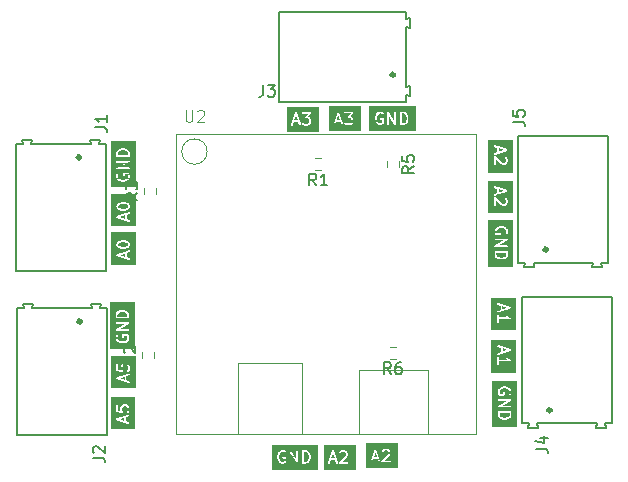
<source format=gbr>
%TF.GenerationSoftware,KiCad,Pcbnew,(7.0.0)*%
%TF.CreationDate,2023-06-11T09:55:09+03:00*%
%TF.ProjectId,C3 pico Breakout PCB,43332070-6963-46f2-9042-7265616b6f75,rev?*%
%TF.SameCoordinates,Original*%
%TF.FileFunction,Legend,Top*%
%TF.FilePolarity,Positive*%
%FSLAX46Y46*%
G04 Gerber Fmt 4.6, Leading zero omitted, Abs format (unit mm)*
G04 Created by KiCad (PCBNEW (7.0.0)) date 2023-06-11 09:55:09*
%MOMM*%
%LPD*%
G01*
G04 APERTURE LIST*
%ADD10C,0.150000*%
%ADD11C,0.100000*%
%ADD12C,0.120000*%
%ADD13C,0.200000*%
%ADD14C,0.400000*%
G04 APERTURE END LIST*
D10*
G36*
X150190109Y-72081666D02*
G01*
X149922033Y-72081666D01*
X150056071Y-71679551D01*
X150190109Y-72081666D01*
G37*
G36*
X151979881Y-73027857D02*
G01*
X149259643Y-73027857D01*
X149259643Y-72461677D01*
X149646992Y-72461677D01*
X149669449Y-72499565D01*
X149708825Y-72519297D01*
X149752618Y-72514610D01*
X149786925Y-72486989D01*
X149872033Y-72231666D01*
X150240109Y-72231666D01*
X150321662Y-72476325D01*
X150340385Y-72503265D01*
X150381084Y-72520101D01*
X150424424Y-72512261D01*
X150456646Y-72482235D01*
X150467519Y-72439554D01*
X150434856Y-72341566D01*
X150549533Y-72341566D01*
X150558895Y-72384603D01*
X150615437Y-72441145D01*
X150621881Y-72451995D01*
X150640390Y-72461249D01*
X150658504Y-72471140D01*
X150659962Y-72471035D01*
X150733208Y-72507658D01*
X150748335Y-72517380D01*
X150763665Y-72517380D01*
X150778748Y-72520094D01*
X150785292Y-72517380D01*
X151052031Y-72517380D01*
X151069915Y-72519311D01*
X151083628Y-72512454D01*
X151098331Y-72508137D01*
X151102969Y-72502783D01*
X151176438Y-72466048D01*
X151188770Y-72463366D01*
X151203397Y-72448738D01*
X151218515Y-72434677D01*
X151218877Y-72433258D01*
X151245312Y-72406823D01*
X151256162Y-72400380D01*
X151265416Y-72381870D01*
X151275307Y-72363757D01*
X151275202Y-72362298D01*
X151311825Y-72289052D01*
X151321547Y-72273926D01*
X151321547Y-72258596D01*
X151324261Y-72243513D01*
X151321547Y-72236969D01*
X151321547Y-72017840D01*
X151323477Y-71999965D01*
X151316622Y-71986255D01*
X151312304Y-71971549D01*
X151306949Y-71966909D01*
X151270215Y-71893440D01*
X151267533Y-71881110D01*
X151252913Y-71866490D01*
X151238844Y-71851365D01*
X151237425Y-71851002D01*
X151210990Y-71824567D01*
X151204547Y-71813718D01*
X151186046Y-71804467D01*
X151167924Y-71794572D01*
X151166463Y-71794676D01*
X151093222Y-71758056D01*
X151078351Y-71748499D01*
X151288619Y-71508192D01*
X151288807Y-71508137D01*
X151303009Y-71491745D01*
X151310091Y-71483653D01*
X151310169Y-71483482D01*
X151317649Y-71474851D01*
X151319221Y-71463911D01*
X151323863Y-71453877D01*
X151322291Y-71442560D01*
X151323917Y-71431256D01*
X151319325Y-71421201D01*
X151317805Y-71410252D01*
X151310366Y-71401583D01*
X151305621Y-71391192D01*
X151296321Y-71385215D01*
X151289124Y-71376828D01*
X151278180Y-71373556D01*
X151268569Y-71367380D01*
X151257517Y-71367380D01*
X151246925Y-71364214D01*
X151235947Y-71367380D01*
X150616718Y-71367380D01*
X150585240Y-71376623D01*
X150556398Y-71409909D01*
X150550130Y-71453504D01*
X150568426Y-71493568D01*
X150605478Y-71517380D01*
X151081265Y-71517380D01*
X150871142Y-71757520D01*
X150870954Y-71757576D01*
X150856651Y-71774082D01*
X150849671Y-71782060D01*
X150849593Y-71782227D01*
X150842112Y-71790862D01*
X150840538Y-71801802D01*
X150835898Y-71811836D01*
X150837469Y-71823151D01*
X150835844Y-71834457D01*
X150840435Y-71844511D01*
X150841956Y-71855460D01*
X150849393Y-71864128D01*
X150854140Y-71874521D01*
X150863440Y-71880498D01*
X150870637Y-71888885D01*
X150881580Y-71892155D01*
X150891192Y-71898333D01*
X150902247Y-71898333D01*
X150912836Y-71901498D01*
X150923811Y-71898333D01*
X151038365Y-71898333D01*
X151106883Y-71932592D01*
X151137288Y-71962997D01*
X151171547Y-72031513D01*
X151171547Y-72234198D01*
X151137288Y-72302715D01*
X151106881Y-72333122D01*
X151038366Y-72367380D01*
X150788063Y-72367380D01*
X150719545Y-72333121D01*
X150672909Y-72286485D01*
X150644115Y-72270762D01*
X150600184Y-72273905D01*
X150564925Y-72300299D01*
X150549533Y-72341566D01*
X150434856Y-72341566D01*
X150370927Y-72149777D01*
X150371536Y-72145542D01*
X150364053Y-72129157D01*
X150131511Y-71431530D01*
X150131817Y-71423083D01*
X150124685Y-71411050D01*
X150123813Y-71408434D01*
X150119200Y-71401796D01*
X150109360Y-71385195D01*
X150106754Y-71383889D01*
X150105090Y-71381494D01*
X150087236Y-71374108D01*
X150069984Y-71365463D01*
X150067086Y-71365773D01*
X150064391Y-71364658D01*
X150045383Y-71368096D01*
X150026190Y-71370151D01*
X150023919Y-71371979D01*
X150021051Y-71372498D01*
X150006927Y-71385659D01*
X149991884Y-71397771D01*
X149990961Y-71400537D01*
X149988829Y-71402525D01*
X149984061Y-71421237D01*
X149751536Y-72118814D01*
X149746874Y-72124195D01*
X149744698Y-72139328D01*
X149648177Y-72428892D01*
X149646992Y-72461677D01*
X149259643Y-72461677D01*
X149259643Y-70917143D01*
X151979881Y-70917143D01*
X151979881Y-73027857D01*
G37*
G36*
X135539166Y-94045466D02*
G01*
X135137050Y-93911427D01*
X135539166Y-93777390D01*
X135539166Y-94045466D01*
G37*
G36*
X136485357Y-94707857D02*
G01*
X134374643Y-94707857D01*
X134374643Y-93903108D01*
X134822158Y-93903108D01*
X134825595Y-93922109D01*
X134827650Y-93941308D01*
X134829479Y-93943579D01*
X134829998Y-93946448D01*
X134843158Y-93960570D01*
X134855271Y-93975615D01*
X134858037Y-93976537D01*
X134860025Y-93978670D01*
X134878736Y-93983436D01*
X135576314Y-94215963D01*
X135581695Y-94220625D01*
X135596827Y-94222800D01*
X135886391Y-94319322D01*
X135919177Y-94320507D01*
X135957065Y-94298050D01*
X135976797Y-94258674D01*
X135972109Y-94214880D01*
X135944489Y-94180574D01*
X135689166Y-94095466D01*
X135689166Y-93727390D01*
X135933825Y-93645837D01*
X135960765Y-93627114D01*
X135977601Y-93586415D01*
X135969761Y-93543075D01*
X135939735Y-93510853D01*
X135897054Y-93499980D01*
X135607277Y-93596571D01*
X135603042Y-93595963D01*
X135586657Y-93603445D01*
X134889030Y-93835987D01*
X134880583Y-93835682D01*
X134868550Y-93842813D01*
X134865934Y-93843686D01*
X134859296Y-93848298D01*
X134842695Y-93858139D01*
X134841389Y-93860744D01*
X134838994Y-93862409D01*
X134831608Y-93880262D01*
X134822963Y-93897515D01*
X134823273Y-93900412D01*
X134822158Y-93903108D01*
X134374643Y-93903108D01*
X134374643Y-93248131D01*
X134821787Y-93248131D01*
X134828373Y-93267442D01*
X134834123Y-93287021D01*
X134835442Y-93288164D01*
X134836006Y-93289817D01*
X134851997Y-93302508D01*
X134867409Y-93315863D01*
X134869135Y-93316111D01*
X134870505Y-93317198D01*
X134890831Y-93319230D01*
X134911004Y-93322131D01*
X134912590Y-93321406D01*
X135353478Y-93365495D01*
X135359456Y-93368759D01*
X135374999Y-93367647D01*
X135379337Y-93368081D01*
X135385717Y-93366880D01*
X135403387Y-93365617D01*
X135407062Y-93362865D01*
X135411578Y-93362016D01*
X135424462Y-93349840D01*
X135438645Y-93339223D01*
X135440249Y-93334920D01*
X135443589Y-93331765D01*
X135447844Y-93314560D01*
X135454038Y-93297956D01*
X135453061Y-93293467D01*
X135454164Y-93289010D01*
X135448444Y-93272240D01*
X135444676Y-93254919D01*
X135441427Y-93251670D01*
X135439945Y-93247324D01*
X135426063Y-93236306D01*
X135390090Y-93200333D01*
X135355833Y-93131818D01*
X135355833Y-92929134D01*
X135390092Y-92860616D01*
X135420497Y-92830210D01*
X135489013Y-92795952D01*
X135691698Y-92795952D01*
X135760216Y-92830211D01*
X135790621Y-92860616D01*
X135824880Y-92929132D01*
X135824880Y-93131817D01*
X135790621Y-93200334D01*
X135743985Y-93246971D01*
X135728262Y-93275765D01*
X135731405Y-93319696D01*
X135757799Y-93354955D01*
X135799066Y-93370347D01*
X135842103Y-93360985D01*
X135898645Y-93304442D01*
X135909495Y-93297999D01*
X135918749Y-93279489D01*
X135928640Y-93261376D01*
X135928535Y-93259917D01*
X135965158Y-93186671D01*
X135974880Y-93171545D01*
X135974880Y-93156215D01*
X135977594Y-93141132D01*
X135974880Y-93134588D01*
X135974880Y-92915459D01*
X135976810Y-92897584D01*
X135969955Y-92883874D01*
X135965637Y-92869168D01*
X135960282Y-92864528D01*
X135923548Y-92791059D01*
X135920866Y-92778729D01*
X135906246Y-92764109D01*
X135892177Y-92748984D01*
X135890758Y-92748621D01*
X135864323Y-92722186D01*
X135857880Y-92711337D01*
X135839379Y-92702086D01*
X135821257Y-92692191D01*
X135819796Y-92692295D01*
X135746555Y-92655675D01*
X135731426Y-92645952D01*
X135716096Y-92645952D01*
X135701013Y-92643238D01*
X135694469Y-92645952D01*
X135475340Y-92645952D01*
X135457465Y-92644022D01*
X135443755Y-92650876D01*
X135429049Y-92655195D01*
X135424409Y-92660549D01*
X135350940Y-92697283D01*
X135338610Y-92699966D01*
X135323990Y-92714585D01*
X135308865Y-92728655D01*
X135308502Y-92730073D01*
X135282067Y-92756508D01*
X135271218Y-92762952D01*
X135261967Y-92781452D01*
X135252072Y-92799575D01*
X135252176Y-92801035D01*
X135215556Y-92874276D01*
X135205833Y-92889406D01*
X135205833Y-92904736D01*
X135203119Y-92919819D01*
X135205833Y-92926363D01*
X135205833Y-93145483D01*
X135203902Y-93163367D01*
X135210758Y-93177080D01*
X135215076Y-93191783D01*
X135220429Y-93196421D01*
X135223071Y-93201705D01*
X134974880Y-93176887D01*
X134974880Y-92757789D01*
X134965637Y-92726311D01*
X134932351Y-92697469D01*
X134888756Y-92691201D01*
X134848692Y-92709497D01*
X134824880Y-92746549D01*
X134824880Y-93235626D01*
X134821787Y-93248131D01*
X134374643Y-93248131D01*
X134374643Y-91987619D01*
X136485357Y-91987619D01*
X136485357Y-94707857D01*
G37*
G36*
X150983652Y-100175552D02*
G01*
X151057764Y-100249664D01*
X151096258Y-100326650D01*
X151139642Y-100500186D01*
X151139642Y-100624575D01*
X151096258Y-100798107D01*
X151057764Y-100875096D01*
X150983652Y-100949208D01*
X150869137Y-100987380D01*
X150718214Y-100987380D01*
X150718214Y-100137380D01*
X150869138Y-100137380D01*
X150983652Y-100175552D01*
G37*
G36*
X151947976Y-101647857D02*
G01*
X147989643Y-101647857D01*
X147989643Y-100630635D01*
X148469874Y-100630635D01*
X148472976Y-100643043D01*
X148472976Y-100644591D01*
X148475580Y-100653460D01*
X148519594Y-100829515D01*
X148518664Y-100838129D01*
X148524830Y-100850462D01*
X148525449Y-100852935D01*
X148529631Y-100860062D01*
X148571926Y-100944652D01*
X148574609Y-100956984D01*
X148589236Y-100971611D01*
X148603298Y-100986729D01*
X148604716Y-100987091D01*
X148682564Y-101064939D01*
X148693843Y-101078948D01*
X148708384Y-101083795D01*
X148721837Y-101091141D01*
X148728904Y-101090635D01*
X148848672Y-101130558D01*
X148859287Y-101137380D01*
X148879966Y-101137380D01*
X148900606Y-101138126D01*
X148901865Y-101137380D01*
X148967145Y-101137380D01*
X148979372Y-101140495D01*
X148998984Y-101133957D01*
X149018807Y-101128137D01*
X149019765Y-101127030D01*
X149139291Y-101087188D01*
X149156865Y-101083366D01*
X149167705Y-101072525D01*
X149180289Y-101063780D01*
X149182996Y-101057234D01*
X149210488Y-101029742D01*
X149218211Y-101026216D01*
X149225757Y-101014473D01*
X149227680Y-101012551D01*
X149231561Y-101005442D01*
X149242023Y-100989164D01*
X149242023Y-100986283D01*
X149243402Y-100983757D01*
X149242023Y-100964476D01*
X149242023Y-100639169D01*
X149244393Y-100622685D01*
X149237473Y-100607532D01*
X149232780Y-100591549D01*
X149228467Y-100587812D01*
X149226097Y-100582621D01*
X149212080Y-100573613D01*
X149199494Y-100562707D01*
X149193847Y-100561895D01*
X149189045Y-100558809D01*
X149172383Y-100558809D01*
X149155899Y-100556439D01*
X149150709Y-100558809D01*
X148965765Y-100558809D01*
X148934287Y-100568052D01*
X148905445Y-100601338D01*
X148899177Y-100644933D01*
X148917473Y-100684997D01*
X148954525Y-100708809D01*
X149092023Y-100708809D01*
X149092023Y-100936076D01*
X149078890Y-100949208D01*
X148964375Y-100987380D01*
X148893479Y-100987380D01*
X148778965Y-100949208D01*
X148704852Y-100875095D01*
X148666359Y-100798109D01*
X148622976Y-100624575D01*
X148622976Y-100500187D01*
X148666359Y-100326653D01*
X148704854Y-100249664D01*
X148778966Y-100175551D01*
X148893479Y-100137380D01*
X149006460Y-100137380D01*
X149095506Y-100181904D01*
X149127795Y-100187714D01*
X149168478Y-100170841D01*
X149193581Y-100134652D01*
X149195134Y-100090635D01*
X149189097Y-100080470D01*
X149519551Y-100080470D01*
X149520595Y-100082297D01*
X149520595Y-101073162D01*
X149529838Y-101104640D01*
X149563124Y-101133482D01*
X149606719Y-101139750D01*
X149646783Y-101121454D01*
X149670595Y-101084402D01*
X149670595Y-100344797D01*
X150097541Y-101091954D01*
X150101266Y-101104640D01*
X150116429Y-101117779D01*
X150130897Y-101131697D01*
X150132962Y-101132104D01*
X150134552Y-101133482D01*
X150154412Y-101136337D01*
X150174107Y-101140224D01*
X150176064Y-101139450D01*
X150178147Y-101139750D01*
X150196402Y-101131413D01*
X150215068Y-101124037D01*
X150216296Y-101122328D01*
X150218211Y-101121454D01*
X150229061Y-101104569D01*
X150240776Y-101088274D01*
X150240885Y-101086171D01*
X150242023Y-101084402D01*
X150242023Y-101073504D01*
X150565844Y-101073504D01*
X150572763Y-101088656D01*
X150577457Y-101104640D01*
X150581769Y-101108376D01*
X150584140Y-101113568D01*
X150598156Y-101122575D01*
X150610743Y-101133482D01*
X150616389Y-101134293D01*
X150621192Y-101137380D01*
X150637854Y-101137380D01*
X150654338Y-101139750D01*
X150659528Y-101137380D01*
X150871907Y-101137380D01*
X150884134Y-101140495D01*
X150903746Y-101133957D01*
X150923569Y-101128137D01*
X150924527Y-101127030D01*
X151044053Y-101087188D01*
X151061627Y-101083366D01*
X151072467Y-101072525D01*
X151085051Y-101063780D01*
X151087758Y-101057234D01*
X151165788Y-100979204D01*
X151176638Y-100972761D01*
X151185888Y-100954259D01*
X151195784Y-100936138D01*
X151195679Y-100934677D01*
X151228131Y-100869774D01*
X151234443Y-100863840D01*
X151237787Y-100850462D01*
X151238927Y-100848183D01*
X151240390Y-100840050D01*
X151284409Y-100663972D01*
X151289642Y-100655831D01*
X151289642Y-100643043D01*
X151290018Y-100641539D01*
X151289642Y-100632293D01*
X151289642Y-100503295D01*
X151292744Y-100494126D01*
X151289642Y-100481718D01*
X151289642Y-100480170D01*
X151287037Y-100471300D01*
X151243023Y-100295243D01*
X151243953Y-100286632D01*
X151237787Y-100274301D01*
X151237169Y-100271826D01*
X151232981Y-100264687D01*
X151190691Y-100180107D01*
X151188009Y-100167777D01*
X151173389Y-100153157D01*
X151159320Y-100138032D01*
X151157901Y-100137669D01*
X151080056Y-100059824D01*
X151068776Y-100045813D01*
X151054231Y-100040964D01*
X151040781Y-100033620D01*
X151033714Y-100034125D01*
X150913945Y-99994201D01*
X150903331Y-99987380D01*
X150882652Y-99987380D01*
X150862012Y-99986634D01*
X150860753Y-99987380D01*
X150648574Y-99987380D01*
X150632090Y-99985010D01*
X150616937Y-99991929D01*
X150600954Y-99996623D01*
X150597217Y-100000935D01*
X150592026Y-100003306D01*
X150583018Y-100017322D01*
X150572112Y-100029909D01*
X150571300Y-100035555D01*
X150568214Y-100040358D01*
X150568214Y-100057020D01*
X150565844Y-100073504D01*
X150568214Y-100078694D01*
X150568214Y-101057020D01*
X150565844Y-101073504D01*
X150242023Y-101073504D01*
X150242023Y-101064333D01*
X150243067Y-101044290D01*
X150242023Y-101042463D01*
X150242023Y-100051598D01*
X150232780Y-100020120D01*
X150199494Y-99991278D01*
X150155899Y-99985010D01*
X150115835Y-100003306D01*
X150092023Y-100040358D01*
X150092023Y-100779963D01*
X149665076Y-100032805D01*
X149661352Y-100020120D01*
X149646188Y-100006980D01*
X149631721Y-99993063D01*
X149629655Y-99992655D01*
X149628066Y-99991278D01*
X149608205Y-99988422D01*
X149588511Y-99984536D01*
X149586553Y-99985309D01*
X149584471Y-99985010D01*
X149566215Y-99993346D01*
X149547550Y-100000723D01*
X149546321Y-100002431D01*
X149544407Y-100003306D01*
X149533556Y-100020190D01*
X149521842Y-100036486D01*
X149521732Y-100038588D01*
X149520595Y-100040358D01*
X149520595Y-100060427D01*
X149519551Y-100080470D01*
X149189097Y-100080470D01*
X149172643Y-100052767D01*
X149061315Y-99997101D01*
X149046188Y-99987380D01*
X149030859Y-99987380D01*
X149015776Y-99984666D01*
X149009232Y-99987380D01*
X148890711Y-99987380D01*
X148878484Y-99984265D01*
X148858876Y-99990800D01*
X148839049Y-99996623D01*
X148838089Y-99997730D01*
X148718569Y-100037571D01*
X148700991Y-100041395D01*
X148690149Y-100052236D01*
X148677566Y-100060982D01*
X148674858Y-100067527D01*
X148596829Y-100145556D01*
X148585980Y-100152000D01*
X148576729Y-100170500D01*
X148566834Y-100188623D01*
X148566938Y-100190083D01*
X148534486Y-100254987D01*
X148528175Y-100260922D01*
X148524830Y-100274299D01*
X148523691Y-100276579D01*
X148522227Y-100284711D01*
X148478208Y-100460788D01*
X148472976Y-100468930D01*
X148472976Y-100481718D01*
X148472600Y-100483222D01*
X148472976Y-100492468D01*
X148472976Y-100621466D01*
X148469874Y-100630635D01*
X147989643Y-100630635D01*
X147989643Y-99537143D01*
X151947976Y-99537143D01*
X151947976Y-101647857D01*
G37*
G36*
X135559166Y-80395466D02*
G01*
X135157050Y-80261427D01*
X135559166Y-80127390D01*
X135559166Y-80395466D01*
G37*
G36*
X135703226Y-79189335D02*
G01*
X135780216Y-79227830D01*
X135810621Y-79258235D01*
X135844880Y-79326751D01*
X135844880Y-79386579D01*
X135810621Y-79455096D01*
X135780214Y-79485503D01*
X135703228Y-79523996D01*
X135529694Y-79567380D01*
X135310067Y-79567380D01*
X135136534Y-79523996D01*
X135059545Y-79485502D01*
X135029139Y-79455096D01*
X134994880Y-79386579D01*
X134994880Y-79326753D01*
X135029139Y-79258235D01*
X135059545Y-79227829D01*
X135136531Y-79189335D01*
X135310067Y-79145952D01*
X135529693Y-79145952D01*
X135703226Y-79189335D01*
G37*
G36*
X136505357Y-81057857D02*
G01*
X134394643Y-81057857D01*
X134394643Y-80253108D01*
X134842158Y-80253108D01*
X134845595Y-80272109D01*
X134847650Y-80291308D01*
X134849479Y-80293579D01*
X134849998Y-80296448D01*
X134863158Y-80310570D01*
X134875271Y-80325615D01*
X134878037Y-80326537D01*
X134880025Y-80328670D01*
X134898736Y-80333436D01*
X135596314Y-80565963D01*
X135601695Y-80570625D01*
X135616827Y-80572800D01*
X135906391Y-80669322D01*
X135939177Y-80670507D01*
X135977065Y-80648050D01*
X135996797Y-80608674D01*
X135992109Y-80564880D01*
X135964489Y-80530574D01*
X135709166Y-80445466D01*
X135709166Y-80077390D01*
X135953825Y-79995837D01*
X135980765Y-79977114D01*
X135997601Y-79936415D01*
X135989761Y-79893075D01*
X135959735Y-79860853D01*
X135917054Y-79849980D01*
X135627277Y-79946571D01*
X135623042Y-79945963D01*
X135606657Y-79953445D01*
X134909030Y-80185987D01*
X134900583Y-80185682D01*
X134888550Y-80192813D01*
X134885934Y-80193686D01*
X134879296Y-80198298D01*
X134862695Y-80208139D01*
X134861389Y-80210744D01*
X134858994Y-80212409D01*
X134851608Y-80230262D01*
X134842963Y-80247515D01*
X134843273Y-80250412D01*
X134842158Y-80253108D01*
X134394643Y-80253108D01*
X134394643Y-79317437D01*
X134842166Y-79317437D01*
X134844880Y-79323981D01*
X134844880Y-79400251D01*
X134842950Y-79418130D01*
X134849805Y-79431840D01*
X134854123Y-79446545D01*
X134859477Y-79451184D01*
X134896212Y-79524653D01*
X134898895Y-79536984D01*
X134913519Y-79551608D01*
X134927585Y-79566729D01*
X134929002Y-79567091D01*
X134955437Y-79593526D01*
X134961881Y-79604376D01*
X134980390Y-79613630D01*
X134998504Y-79623521D01*
X134999962Y-79623416D01*
X135064867Y-79655869D01*
X135070802Y-79662181D01*
X135084179Y-79665525D01*
X135086459Y-79666665D01*
X135094591Y-79668128D01*
X135270669Y-79712147D01*
X135278811Y-79717380D01*
X135291599Y-79717380D01*
X135293103Y-79717756D01*
X135302349Y-79717380D01*
X135526585Y-79717380D01*
X135535754Y-79720482D01*
X135548162Y-79717380D01*
X135549710Y-79717380D01*
X135558579Y-79714775D01*
X135734634Y-79670761D01*
X135743248Y-79671692D01*
X135755581Y-79665525D01*
X135758054Y-79664907D01*
X135765181Y-79660724D01*
X135849771Y-79618429D01*
X135862103Y-79615747D01*
X135876730Y-79601119D01*
X135891848Y-79587058D01*
X135892210Y-79585639D01*
X135918645Y-79559204D01*
X135929495Y-79552761D01*
X135938749Y-79534251D01*
X135948640Y-79516138D01*
X135948535Y-79514679D01*
X135985158Y-79441433D01*
X135994880Y-79426307D01*
X135994880Y-79410977D01*
X135997594Y-79395894D01*
X135994880Y-79389350D01*
X135994880Y-79313078D01*
X135996810Y-79295203D01*
X135989955Y-79281493D01*
X135985637Y-79266787D01*
X135980282Y-79262147D01*
X135943548Y-79188678D01*
X135940866Y-79176348D01*
X135926246Y-79161728D01*
X135912177Y-79146603D01*
X135910758Y-79146240D01*
X135884323Y-79119805D01*
X135877880Y-79108956D01*
X135859379Y-79099705D01*
X135841257Y-79089810D01*
X135839796Y-79089914D01*
X135774892Y-79057462D01*
X135768958Y-79051151D01*
X135755580Y-79047806D01*
X135753301Y-79046667D01*
X135745168Y-79045203D01*
X135569091Y-79001184D01*
X135560950Y-78995952D01*
X135548162Y-78995952D01*
X135546658Y-78995576D01*
X135537412Y-78995952D01*
X135313176Y-78995952D01*
X135304007Y-78992850D01*
X135291599Y-78995952D01*
X135290051Y-78995952D01*
X135281181Y-78998556D01*
X135105124Y-79042570D01*
X135096513Y-79041641D01*
X135084182Y-79047806D01*
X135081707Y-79048425D01*
X135074568Y-79052612D01*
X134989988Y-79094902D01*
X134977658Y-79097585D01*
X134963038Y-79112204D01*
X134947913Y-79126274D01*
X134947550Y-79127692D01*
X134921117Y-79154125D01*
X134910267Y-79160570D01*
X134901018Y-79179066D01*
X134891120Y-79197194D01*
X134891224Y-79198654D01*
X134854601Y-79271897D01*
X134844880Y-79287025D01*
X134844880Y-79302354D01*
X134842166Y-79317437D01*
X134394643Y-79317437D01*
X134394643Y-78337619D01*
X136505357Y-78337619D01*
X136505357Y-81057857D01*
G37*
G36*
X135635607Y-74641240D02*
G01*
X135712597Y-74679735D01*
X135786708Y-74753846D01*
X135824880Y-74868361D01*
X135824880Y-75019285D01*
X134974880Y-75019285D01*
X134974880Y-74868361D01*
X135013052Y-74753846D01*
X135087164Y-74679734D01*
X135164150Y-74641240D01*
X135337686Y-74597857D01*
X135462074Y-74597857D01*
X135635607Y-74641240D01*
G37*
G36*
X136485357Y-77747857D02*
G01*
X134374643Y-77747857D01*
X134374643Y-76859016D01*
X134821765Y-76859016D01*
X134828303Y-76878629D01*
X134834123Y-76898450D01*
X134835229Y-76899408D01*
X134875071Y-77018929D01*
X134878895Y-77036508D01*
X134889736Y-77047349D01*
X134898482Y-77059933D01*
X134905027Y-77062640D01*
X134983056Y-77140669D01*
X134989500Y-77151519D01*
X135008001Y-77160769D01*
X135026123Y-77170665D01*
X135027583Y-77170560D01*
X135092486Y-77203012D01*
X135098421Y-77209324D01*
X135111798Y-77212668D01*
X135114078Y-77213808D01*
X135122210Y-77215271D01*
X135298288Y-77259290D01*
X135306430Y-77264523D01*
X135319218Y-77264523D01*
X135320722Y-77264899D01*
X135329968Y-77264523D01*
X135458966Y-77264523D01*
X135468135Y-77267625D01*
X135480543Y-77264523D01*
X135482091Y-77264523D01*
X135490960Y-77261918D01*
X135667015Y-77217904D01*
X135675629Y-77218835D01*
X135687962Y-77212668D01*
X135690435Y-77212050D01*
X135697562Y-77207867D01*
X135782152Y-77165572D01*
X135794484Y-77162890D01*
X135809111Y-77148262D01*
X135824229Y-77134201D01*
X135824591Y-77132782D01*
X135902439Y-77054934D01*
X135916448Y-77043656D01*
X135921295Y-77029114D01*
X135928641Y-77015662D01*
X135928135Y-77008594D01*
X135968058Y-76888826D01*
X135974880Y-76878212D01*
X135974880Y-76857533D01*
X135975626Y-76836893D01*
X135974880Y-76835634D01*
X135974880Y-76770354D01*
X135977995Y-76758126D01*
X135971455Y-76738506D01*
X135965637Y-76718692D01*
X135964530Y-76717733D01*
X135924688Y-76598204D01*
X135920866Y-76580634D01*
X135910027Y-76569795D01*
X135901280Y-76557209D01*
X135894732Y-76554500D01*
X135867242Y-76527010D01*
X135863716Y-76519288D01*
X135851973Y-76511741D01*
X135850051Y-76509819D01*
X135842940Y-76505936D01*
X135826664Y-76495476D01*
X135823784Y-76495476D01*
X135821257Y-76494096D01*
X135801968Y-76495476D01*
X135476669Y-76495476D01*
X135460185Y-76493106D01*
X135445032Y-76500025D01*
X135429049Y-76504719D01*
X135425312Y-76509031D01*
X135420121Y-76511402D01*
X135411113Y-76525418D01*
X135400207Y-76538005D01*
X135399395Y-76543651D01*
X135396309Y-76548454D01*
X135396309Y-76565116D01*
X135393939Y-76581600D01*
X135396309Y-76586790D01*
X135396309Y-76771734D01*
X135405552Y-76803212D01*
X135438838Y-76832054D01*
X135482433Y-76838322D01*
X135522497Y-76820026D01*
X135546309Y-76782974D01*
X135546309Y-76645476D01*
X135773576Y-76645476D01*
X135786708Y-76658608D01*
X135824880Y-76773123D01*
X135824880Y-76844020D01*
X135786708Y-76958533D01*
X135712595Y-77032646D01*
X135635609Y-77071139D01*
X135462075Y-77114523D01*
X135337686Y-77114523D01*
X135164153Y-77071139D01*
X135087164Y-77032645D01*
X135013051Y-76958532D01*
X134974880Y-76844020D01*
X134974880Y-76731039D01*
X135019404Y-76641993D01*
X135025214Y-76609704D01*
X135008341Y-76569021D01*
X134972152Y-76543918D01*
X134928135Y-76542365D01*
X134890267Y-76564856D01*
X134834601Y-76676183D01*
X134824880Y-76691311D01*
X134824880Y-76706640D01*
X134822166Y-76721723D01*
X134824880Y-76728267D01*
X134824880Y-76846788D01*
X134821765Y-76859016D01*
X134374643Y-76859016D01*
X134374643Y-76148988D01*
X134822036Y-76148988D01*
X134822809Y-76150945D01*
X134822510Y-76153028D01*
X134830846Y-76171283D01*
X134838223Y-76189949D01*
X134839931Y-76191177D01*
X134840806Y-76193092D01*
X134857690Y-76203942D01*
X134873986Y-76215657D01*
X134876088Y-76215766D01*
X134877858Y-76216904D01*
X134897927Y-76216904D01*
X134917970Y-76217948D01*
X134919797Y-76216904D01*
X135910662Y-76216904D01*
X135942140Y-76207661D01*
X135970982Y-76174375D01*
X135977250Y-76130780D01*
X135958954Y-76090716D01*
X135921902Y-76066904D01*
X135182297Y-76066904D01*
X135929454Y-75639957D01*
X135942140Y-75636233D01*
X135955279Y-75621069D01*
X135969197Y-75606602D01*
X135969604Y-75604536D01*
X135970982Y-75602947D01*
X135973837Y-75583086D01*
X135977724Y-75563392D01*
X135976950Y-75561434D01*
X135977250Y-75559352D01*
X135968913Y-75541096D01*
X135961537Y-75522431D01*
X135959828Y-75521202D01*
X135958954Y-75519288D01*
X135942069Y-75508437D01*
X135925774Y-75496723D01*
X135923671Y-75496613D01*
X135921902Y-75495476D01*
X135901833Y-75495476D01*
X135881790Y-75494432D01*
X135879963Y-75495476D01*
X134889098Y-75495476D01*
X134857620Y-75504719D01*
X134828778Y-75538005D01*
X134822510Y-75581600D01*
X134840806Y-75621664D01*
X134877858Y-75645476D01*
X135617463Y-75645476D01*
X134870305Y-76072422D01*
X134857620Y-76076147D01*
X134844480Y-76091310D01*
X134830563Y-76105778D01*
X134830155Y-76107843D01*
X134828778Y-76109433D01*
X134825922Y-76129293D01*
X134822036Y-76148988D01*
X134374643Y-76148988D01*
X134374643Y-75105409D01*
X134822510Y-75105409D01*
X134829429Y-75120561D01*
X134834123Y-75136545D01*
X134838435Y-75140281D01*
X134840806Y-75145473D01*
X134854822Y-75154480D01*
X134867409Y-75165387D01*
X134873055Y-75166198D01*
X134877858Y-75169285D01*
X134894520Y-75169285D01*
X134911004Y-75171655D01*
X134916194Y-75169285D01*
X135894520Y-75169285D01*
X135911004Y-75171655D01*
X135926156Y-75164735D01*
X135942140Y-75160042D01*
X135945876Y-75155729D01*
X135951068Y-75153359D01*
X135960075Y-75139342D01*
X135970982Y-75126756D01*
X135971793Y-75121109D01*
X135974880Y-75116307D01*
X135974880Y-75099645D01*
X135977250Y-75083161D01*
X135974880Y-75077971D01*
X135974880Y-74865592D01*
X135977995Y-74853364D01*
X135971455Y-74833744D01*
X135965637Y-74813930D01*
X135964530Y-74812971D01*
X135924688Y-74693442D01*
X135920866Y-74675872D01*
X135910027Y-74665033D01*
X135901280Y-74652447D01*
X135894732Y-74649738D01*
X135816704Y-74571710D01*
X135810261Y-74560861D01*
X135791760Y-74551610D01*
X135773638Y-74541715D01*
X135772177Y-74541819D01*
X135707273Y-74509367D01*
X135701339Y-74503056D01*
X135687961Y-74499711D01*
X135685682Y-74498572D01*
X135677549Y-74497108D01*
X135501472Y-74453089D01*
X135493331Y-74447857D01*
X135480543Y-74447857D01*
X135479039Y-74447481D01*
X135469793Y-74447857D01*
X135340795Y-74447857D01*
X135331626Y-74444755D01*
X135319218Y-74447857D01*
X135317670Y-74447857D01*
X135308800Y-74450461D01*
X135132743Y-74494475D01*
X135124132Y-74493546D01*
X135111801Y-74499711D01*
X135109326Y-74500330D01*
X135102187Y-74504517D01*
X135017607Y-74546807D01*
X135005277Y-74549490D01*
X134990657Y-74564109D01*
X134975532Y-74578179D01*
X134975169Y-74579597D01*
X134897324Y-74657442D01*
X134883313Y-74668723D01*
X134878464Y-74683267D01*
X134871120Y-74696718D01*
X134871625Y-74703784D01*
X134831701Y-74823553D01*
X134824880Y-74834168D01*
X134824880Y-74854847D01*
X134824134Y-74875487D01*
X134824880Y-74876746D01*
X134824880Y-75088925D01*
X134822510Y-75105409D01*
X134374643Y-75105409D01*
X134374643Y-73789524D01*
X136485357Y-73789524D01*
X136485357Y-77747857D01*
G37*
G36*
X135585607Y-88321240D02*
G01*
X135662597Y-88359735D01*
X135736708Y-88433846D01*
X135774880Y-88548361D01*
X135774880Y-88699285D01*
X134924880Y-88699285D01*
X134924880Y-88548361D01*
X134963052Y-88433846D01*
X135037164Y-88359734D01*
X135114150Y-88321240D01*
X135287686Y-88277857D01*
X135412074Y-88277857D01*
X135585607Y-88321240D01*
G37*
G36*
X136435357Y-91427857D02*
G01*
X134324643Y-91427857D01*
X134324643Y-90539016D01*
X134771765Y-90539016D01*
X134778303Y-90558629D01*
X134784123Y-90578450D01*
X134785229Y-90579408D01*
X134825071Y-90698929D01*
X134828895Y-90716508D01*
X134839736Y-90727349D01*
X134848482Y-90739933D01*
X134855027Y-90742640D01*
X134933056Y-90820669D01*
X134939500Y-90831519D01*
X134958001Y-90840769D01*
X134976123Y-90850665D01*
X134977583Y-90850560D01*
X135042486Y-90883012D01*
X135048421Y-90889324D01*
X135061798Y-90892668D01*
X135064078Y-90893808D01*
X135072210Y-90895271D01*
X135248288Y-90939290D01*
X135256430Y-90944523D01*
X135269218Y-90944523D01*
X135270722Y-90944899D01*
X135279968Y-90944523D01*
X135408966Y-90944523D01*
X135418135Y-90947625D01*
X135430543Y-90944523D01*
X135432091Y-90944523D01*
X135440960Y-90941918D01*
X135617015Y-90897904D01*
X135625629Y-90898835D01*
X135637962Y-90892668D01*
X135640435Y-90892050D01*
X135647562Y-90887867D01*
X135732152Y-90845572D01*
X135744484Y-90842890D01*
X135759111Y-90828262D01*
X135774229Y-90814201D01*
X135774591Y-90812782D01*
X135852439Y-90734934D01*
X135866448Y-90723656D01*
X135871295Y-90709114D01*
X135878641Y-90695662D01*
X135878135Y-90688594D01*
X135918058Y-90568826D01*
X135924880Y-90558212D01*
X135924880Y-90537533D01*
X135925626Y-90516893D01*
X135924880Y-90515634D01*
X135924880Y-90450354D01*
X135927995Y-90438126D01*
X135921455Y-90418506D01*
X135915637Y-90398692D01*
X135914530Y-90397733D01*
X135874688Y-90278204D01*
X135870866Y-90260634D01*
X135860027Y-90249795D01*
X135851280Y-90237209D01*
X135844732Y-90234500D01*
X135817242Y-90207010D01*
X135813716Y-90199288D01*
X135801973Y-90191741D01*
X135800051Y-90189819D01*
X135792940Y-90185936D01*
X135776664Y-90175476D01*
X135773784Y-90175476D01*
X135771257Y-90174096D01*
X135751968Y-90175476D01*
X135426669Y-90175476D01*
X135410185Y-90173106D01*
X135395032Y-90180025D01*
X135379049Y-90184719D01*
X135375312Y-90189031D01*
X135370121Y-90191402D01*
X135361113Y-90205418D01*
X135350207Y-90218005D01*
X135349395Y-90223651D01*
X135346309Y-90228454D01*
X135346309Y-90245116D01*
X135343939Y-90261600D01*
X135346309Y-90266790D01*
X135346309Y-90451734D01*
X135355552Y-90483212D01*
X135388838Y-90512054D01*
X135432433Y-90518322D01*
X135472497Y-90500026D01*
X135496309Y-90462974D01*
X135496309Y-90325476D01*
X135723576Y-90325476D01*
X135736708Y-90338608D01*
X135774880Y-90453123D01*
X135774880Y-90524020D01*
X135736708Y-90638533D01*
X135662595Y-90712646D01*
X135585609Y-90751139D01*
X135412075Y-90794523D01*
X135287686Y-90794523D01*
X135114153Y-90751139D01*
X135037164Y-90712645D01*
X134963051Y-90638532D01*
X134924880Y-90524020D01*
X134924880Y-90411039D01*
X134969404Y-90321993D01*
X134975214Y-90289704D01*
X134958341Y-90249021D01*
X134922152Y-90223918D01*
X134878135Y-90222365D01*
X134840267Y-90244856D01*
X134784601Y-90356183D01*
X134774880Y-90371311D01*
X134774880Y-90386640D01*
X134772166Y-90401723D01*
X134774880Y-90408267D01*
X134774880Y-90526788D01*
X134771765Y-90539016D01*
X134324643Y-90539016D01*
X134324643Y-89828988D01*
X134772036Y-89828988D01*
X134772809Y-89830945D01*
X134772510Y-89833028D01*
X134780846Y-89851283D01*
X134788223Y-89869949D01*
X134789931Y-89871177D01*
X134790806Y-89873092D01*
X134807690Y-89883942D01*
X134823986Y-89895657D01*
X134826088Y-89895766D01*
X134827858Y-89896904D01*
X134847927Y-89896904D01*
X134867970Y-89897948D01*
X134869797Y-89896904D01*
X135860662Y-89896904D01*
X135892140Y-89887661D01*
X135920982Y-89854375D01*
X135927250Y-89810780D01*
X135908954Y-89770716D01*
X135871902Y-89746904D01*
X135132297Y-89746904D01*
X135879454Y-89319957D01*
X135892140Y-89316233D01*
X135905279Y-89301069D01*
X135919197Y-89286602D01*
X135919604Y-89284536D01*
X135920982Y-89282947D01*
X135923837Y-89263086D01*
X135927724Y-89243392D01*
X135926950Y-89241434D01*
X135927250Y-89239352D01*
X135918913Y-89221096D01*
X135911537Y-89202431D01*
X135909828Y-89201202D01*
X135908954Y-89199288D01*
X135892069Y-89188437D01*
X135875774Y-89176723D01*
X135873671Y-89176613D01*
X135871902Y-89175476D01*
X135851833Y-89175476D01*
X135831790Y-89174432D01*
X135829963Y-89175476D01*
X134839098Y-89175476D01*
X134807620Y-89184719D01*
X134778778Y-89218005D01*
X134772510Y-89261600D01*
X134790806Y-89301664D01*
X134827858Y-89325476D01*
X135567463Y-89325476D01*
X134820305Y-89752422D01*
X134807620Y-89756147D01*
X134794480Y-89771310D01*
X134780563Y-89785778D01*
X134780155Y-89787843D01*
X134778778Y-89789433D01*
X134775922Y-89809293D01*
X134772036Y-89828988D01*
X134324643Y-89828988D01*
X134324643Y-88785409D01*
X134772510Y-88785409D01*
X134779429Y-88800561D01*
X134784123Y-88816545D01*
X134788435Y-88820281D01*
X134790806Y-88825473D01*
X134804822Y-88834480D01*
X134817409Y-88845387D01*
X134823055Y-88846198D01*
X134827858Y-88849285D01*
X134844520Y-88849285D01*
X134861004Y-88851655D01*
X134866194Y-88849285D01*
X135844520Y-88849285D01*
X135861004Y-88851655D01*
X135876156Y-88844735D01*
X135892140Y-88840042D01*
X135895876Y-88835729D01*
X135901068Y-88833359D01*
X135910075Y-88819342D01*
X135920982Y-88806756D01*
X135921793Y-88801109D01*
X135924880Y-88796307D01*
X135924880Y-88779645D01*
X135927250Y-88763161D01*
X135924880Y-88757971D01*
X135924880Y-88545592D01*
X135927995Y-88533364D01*
X135921455Y-88513744D01*
X135915637Y-88493930D01*
X135914530Y-88492971D01*
X135874688Y-88373442D01*
X135870866Y-88355872D01*
X135860027Y-88345033D01*
X135851280Y-88332447D01*
X135844732Y-88329738D01*
X135766704Y-88251710D01*
X135760261Y-88240861D01*
X135741760Y-88231610D01*
X135723638Y-88221715D01*
X135722177Y-88221819D01*
X135657273Y-88189367D01*
X135651339Y-88183056D01*
X135637961Y-88179711D01*
X135635682Y-88178572D01*
X135627549Y-88177108D01*
X135451472Y-88133089D01*
X135443331Y-88127857D01*
X135430543Y-88127857D01*
X135429039Y-88127481D01*
X135419793Y-88127857D01*
X135290795Y-88127857D01*
X135281626Y-88124755D01*
X135269218Y-88127857D01*
X135267670Y-88127857D01*
X135258800Y-88130461D01*
X135082743Y-88174475D01*
X135074132Y-88173546D01*
X135061801Y-88179711D01*
X135059326Y-88180330D01*
X135052187Y-88184517D01*
X134967607Y-88226807D01*
X134955277Y-88229490D01*
X134940657Y-88244109D01*
X134925532Y-88258179D01*
X134925169Y-88259597D01*
X134847324Y-88337442D01*
X134833313Y-88348723D01*
X134828464Y-88363267D01*
X134821120Y-88376718D01*
X134821625Y-88383784D01*
X134781701Y-88503553D01*
X134774880Y-88514168D01*
X134774880Y-88534847D01*
X134774134Y-88555487D01*
X134774880Y-88556746D01*
X134774880Y-88768925D01*
X134772510Y-88785409D01*
X134324643Y-88785409D01*
X134324643Y-87469524D01*
X136435357Y-87469524D01*
X136435357Y-91427857D01*
G37*
G36*
X156920109Y-100591666D02*
G01*
X156652033Y-100591666D01*
X156786071Y-100189551D01*
X156920109Y-100591666D01*
G37*
G36*
X158709881Y-101537857D02*
G01*
X155989643Y-101537857D01*
X155989643Y-100971677D01*
X156376992Y-100971677D01*
X156399449Y-101009565D01*
X156438825Y-101029297D01*
X156482618Y-101024610D01*
X156516925Y-100996989D01*
X156602033Y-100741666D01*
X156970109Y-100741666D01*
X157051662Y-100986325D01*
X157070385Y-101013265D01*
X157111084Y-101030101D01*
X157154424Y-101022261D01*
X157186646Y-100992235D01*
X157193965Y-100963504D01*
X157280130Y-100963504D01*
X157283657Y-100971227D01*
X157284263Y-100979696D01*
X157292626Y-100990868D01*
X157298426Y-101003568D01*
X157305569Y-101008158D01*
X157310657Y-101014955D01*
X157323733Y-101019832D01*
X157335478Y-101027380D01*
X157343969Y-101027380D01*
X157351924Y-101030347D01*
X157365563Y-101027380D01*
X157987329Y-101027380D01*
X158018807Y-101018137D01*
X158047649Y-100984851D01*
X158053917Y-100941256D01*
X158035621Y-100901192D01*
X157998569Y-100877380D01*
X157538566Y-100877380D01*
X157979106Y-100436839D01*
X157993115Y-100425561D01*
X157997963Y-100411017D01*
X158005307Y-100397567D01*
X158004801Y-100390501D01*
X158044725Y-100270731D01*
X158051547Y-100260117D01*
X158051547Y-100239438D01*
X158052293Y-100218798D01*
X158051547Y-100217539D01*
X158051547Y-100146888D01*
X158053477Y-100129013D01*
X158046622Y-100115303D01*
X158042304Y-100100597D01*
X158036949Y-100095957D01*
X158000215Y-100022488D01*
X157997533Y-100010158D01*
X157982913Y-99995538D01*
X157968844Y-99980413D01*
X157967425Y-99980050D01*
X157940992Y-99953617D01*
X157934548Y-99942767D01*
X157916051Y-99933518D01*
X157897924Y-99923620D01*
X157896463Y-99923724D01*
X157823220Y-99887101D01*
X157808093Y-99877380D01*
X157792764Y-99877380D01*
X157777681Y-99874666D01*
X157771137Y-99877380D01*
X157552016Y-99877380D01*
X157534132Y-99875449D01*
X157520418Y-99882305D01*
X157505716Y-99886623D01*
X157501076Y-99891976D01*
X157427606Y-99928712D01*
X157415277Y-99931395D01*
X157400652Y-99946019D01*
X157385532Y-99960085D01*
X157385169Y-99961502D01*
X157344462Y-100002210D01*
X157328739Y-100031004D01*
X157331882Y-100074935D01*
X157358276Y-100110194D01*
X157399543Y-100125586D01*
X157442580Y-100116224D01*
X157497165Y-100061638D01*
X157565681Y-100027380D01*
X157768365Y-100027380D01*
X157836882Y-100061639D01*
X157867288Y-100092045D01*
X157901547Y-100160561D01*
X157901547Y-100225925D01*
X157863375Y-100340438D01*
X157318002Y-100885811D01*
X157315240Y-100886623D01*
X157302577Y-100901236D01*
X157296843Y-100906971D01*
X157295538Y-100909360D01*
X157286398Y-100919909D01*
X157285189Y-100928311D01*
X157281120Y-100935765D01*
X157282116Y-100949689D01*
X157280130Y-100963504D01*
X157193965Y-100963504D01*
X157197519Y-100949554D01*
X157100927Y-100659777D01*
X157101536Y-100655542D01*
X157094053Y-100639157D01*
X156861511Y-99941530D01*
X156861817Y-99933083D01*
X156854685Y-99921050D01*
X156853813Y-99918434D01*
X156849200Y-99911796D01*
X156839360Y-99895195D01*
X156836754Y-99893889D01*
X156835090Y-99891494D01*
X156817236Y-99884108D01*
X156799984Y-99875463D01*
X156797086Y-99875773D01*
X156794391Y-99874658D01*
X156775383Y-99878096D01*
X156756190Y-99880151D01*
X156753919Y-99881979D01*
X156751051Y-99882498D01*
X156736927Y-99895659D01*
X156721884Y-99907771D01*
X156720961Y-99910537D01*
X156718829Y-99912525D01*
X156714061Y-99931237D01*
X156481536Y-100628814D01*
X156476874Y-100634195D01*
X156474698Y-100649328D01*
X156378177Y-100938892D01*
X156376992Y-100971677D01*
X155989643Y-100971677D01*
X155989643Y-99427143D01*
X158709881Y-99427143D01*
X158709881Y-101537857D01*
G37*
G36*
X168140119Y-97001639D02*
G01*
X168101947Y-97116153D01*
X168027833Y-97190265D01*
X167950847Y-97228758D01*
X167777313Y-97272142D01*
X167652924Y-97272142D01*
X167479391Y-97228758D01*
X167402402Y-97190264D01*
X167328290Y-97116152D01*
X167290119Y-97001637D01*
X167290119Y-96850714D01*
X168140119Y-96850714D01*
X168140119Y-97001639D01*
G37*
G36*
X168740357Y-98080476D02*
G01*
X166629643Y-98080476D01*
X166629643Y-97016634D01*
X167137004Y-97016634D01*
X167143541Y-97036246D01*
X167149362Y-97056069D01*
X167150468Y-97057027D01*
X167190310Y-97176553D01*
X167194133Y-97194127D01*
X167204973Y-97204967D01*
X167213719Y-97217551D01*
X167220264Y-97220258D01*
X167298294Y-97298288D01*
X167304738Y-97309138D01*
X167323239Y-97318388D01*
X167341361Y-97328284D01*
X167342821Y-97328179D01*
X167407724Y-97360631D01*
X167413659Y-97366943D01*
X167427036Y-97370287D01*
X167429316Y-97371427D01*
X167437448Y-97372890D01*
X167613526Y-97416909D01*
X167621668Y-97422142D01*
X167634456Y-97422142D01*
X167635960Y-97422518D01*
X167645206Y-97422142D01*
X167774204Y-97422142D01*
X167783373Y-97425244D01*
X167795781Y-97422142D01*
X167797329Y-97422142D01*
X167806198Y-97419537D01*
X167982253Y-97375523D01*
X167990867Y-97376454D01*
X168003200Y-97370287D01*
X168005673Y-97369669D01*
X168012800Y-97365486D01*
X168097390Y-97323191D01*
X168109722Y-97320509D01*
X168124351Y-97305879D01*
X168139467Y-97291820D01*
X168139829Y-97290401D01*
X168217678Y-97212553D01*
X168231687Y-97201275D01*
X168236534Y-97186733D01*
X168243880Y-97173281D01*
X168243374Y-97166212D01*
X168283297Y-97046445D01*
X168290119Y-97035831D01*
X168290119Y-97015152D01*
X168290865Y-96994512D01*
X168290119Y-96993253D01*
X168290119Y-96781074D01*
X168292489Y-96764590D01*
X168285569Y-96749437D01*
X168280876Y-96733454D01*
X168276563Y-96729717D01*
X168274193Y-96724526D01*
X168260176Y-96715518D01*
X168247590Y-96704612D01*
X168241943Y-96703800D01*
X168237141Y-96700714D01*
X168220479Y-96700714D01*
X168203995Y-96698344D01*
X168198805Y-96700714D01*
X167220479Y-96700714D01*
X167203995Y-96698344D01*
X167188842Y-96705263D01*
X167172859Y-96709957D01*
X167169122Y-96714269D01*
X167163931Y-96716640D01*
X167154923Y-96730656D01*
X167144017Y-96743243D01*
X167143205Y-96748889D01*
X167140119Y-96753692D01*
X167140119Y-96770354D01*
X167137749Y-96786838D01*
X167140119Y-96792028D01*
X167140119Y-97004407D01*
X167137004Y-97016634D01*
X166629643Y-97016634D01*
X166629643Y-96306607D01*
X167137275Y-96306607D01*
X167138048Y-96308564D01*
X167137749Y-96310647D01*
X167146085Y-96328902D01*
X167153462Y-96347568D01*
X167155170Y-96348796D01*
X167156045Y-96350711D01*
X167172929Y-96361561D01*
X167189225Y-96373276D01*
X167191327Y-96373385D01*
X167193097Y-96374523D01*
X167213166Y-96374523D01*
X167233209Y-96375567D01*
X167235036Y-96374523D01*
X168225901Y-96374523D01*
X168257379Y-96365280D01*
X168286221Y-96331994D01*
X168292489Y-96288399D01*
X168274193Y-96248335D01*
X168237141Y-96224523D01*
X167497536Y-96224523D01*
X168244693Y-95797576D01*
X168257379Y-95793852D01*
X168270518Y-95778688D01*
X168284436Y-95764221D01*
X168284843Y-95762155D01*
X168286221Y-95760566D01*
X168289076Y-95740705D01*
X168292963Y-95721011D01*
X168292189Y-95719053D01*
X168292489Y-95716971D01*
X168284152Y-95698715D01*
X168276776Y-95680050D01*
X168275067Y-95678821D01*
X168274193Y-95676907D01*
X168257308Y-95666056D01*
X168241013Y-95654342D01*
X168238910Y-95654232D01*
X168237141Y-95653095D01*
X168217072Y-95653095D01*
X168197029Y-95652051D01*
X168195202Y-95653095D01*
X167204337Y-95653095D01*
X167172859Y-95662338D01*
X167144017Y-95695624D01*
X167137749Y-95739219D01*
X167156045Y-95779283D01*
X167193097Y-95803095D01*
X167932702Y-95803095D01*
X167185544Y-96230041D01*
X167172859Y-96233766D01*
X167159719Y-96248929D01*
X167145802Y-96263397D01*
X167145394Y-96265462D01*
X167144017Y-96267052D01*
X167141161Y-96286912D01*
X167137275Y-96306607D01*
X166629643Y-96306607D01*
X166629643Y-95111872D01*
X167137004Y-95111872D01*
X167143541Y-95131484D01*
X167149362Y-95151307D01*
X167150468Y-95152265D01*
X167190310Y-95271791D01*
X167194133Y-95289365D01*
X167204973Y-95300205D01*
X167213719Y-95312789D01*
X167220264Y-95315496D01*
X167247756Y-95342988D01*
X167251283Y-95350711D01*
X167263025Y-95358257D01*
X167264948Y-95360180D01*
X167272056Y-95364061D01*
X167288335Y-95374523D01*
X167291216Y-95374523D01*
X167293742Y-95375902D01*
X167313023Y-95374523D01*
X167638330Y-95374523D01*
X167654814Y-95376893D01*
X167669966Y-95369973D01*
X167685950Y-95365280D01*
X167689686Y-95360967D01*
X167694878Y-95358597D01*
X167703885Y-95344580D01*
X167714792Y-95331994D01*
X167715603Y-95326347D01*
X167718690Y-95321545D01*
X167718690Y-95304883D01*
X167721060Y-95288399D01*
X167718690Y-95283209D01*
X167718690Y-95098265D01*
X167709447Y-95066787D01*
X167676161Y-95037945D01*
X167632566Y-95031677D01*
X167592502Y-95049973D01*
X167568690Y-95087025D01*
X167568690Y-95224523D01*
X167341423Y-95224523D01*
X167328290Y-95211390D01*
X167290119Y-95096875D01*
X167290119Y-95025979D01*
X167328290Y-94911465D01*
X167402402Y-94837353D01*
X167479388Y-94798859D01*
X167652924Y-94755476D01*
X167777312Y-94755476D01*
X167950845Y-94798859D01*
X168027835Y-94837354D01*
X168101947Y-94911466D01*
X168140119Y-95025980D01*
X168140119Y-95138960D01*
X168095596Y-95228007D01*
X168089786Y-95260295D01*
X168106659Y-95300978D01*
X168142849Y-95326081D01*
X168186865Y-95327633D01*
X168224734Y-95305142D01*
X168280397Y-95193814D01*
X168290119Y-95178688D01*
X168290119Y-95163358D01*
X168292833Y-95148275D01*
X168290119Y-95141731D01*
X168290119Y-95023211D01*
X168293234Y-95010983D01*
X168286694Y-94991363D01*
X168280876Y-94971549D01*
X168279769Y-94970590D01*
X168239927Y-94851061D01*
X168236105Y-94833491D01*
X168225266Y-94822652D01*
X168216519Y-94810066D01*
X168209971Y-94807357D01*
X168131942Y-94729329D01*
X168125499Y-94718480D01*
X168106994Y-94709227D01*
X168088875Y-94699334D01*
X168087415Y-94699438D01*
X168022511Y-94666986D01*
X168016577Y-94660675D01*
X168003199Y-94657330D01*
X168000920Y-94656191D01*
X167992787Y-94654727D01*
X167816710Y-94610708D01*
X167808569Y-94605476D01*
X167795781Y-94605476D01*
X167794277Y-94605100D01*
X167785031Y-94605476D01*
X167656033Y-94605476D01*
X167646864Y-94602374D01*
X167634456Y-94605476D01*
X167632908Y-94605476D01*
X167624038Y-94608080D01*
X167447981Y-94652094D01*
X167439370Y-94651165D01*
X167427039Y-94657330D01*
X167424564Y-94657949D01*
X167417425Y-94662136D01*
X167332845Y-94704426D01*
X167320515Y-94707109D01*
X167305895Y-94721728D01*
X167290770Y-94735798D01*
X167290407Y-94737216D01*
X167212558Y-94815065D01*
X167198551Y-94826343D01*
X167193703Y-94840884D01*
X167186358Y-94854337D01*
X167186863Y-94861404D01*
X167146941Y-94981171D01*
X167140119Y-94991787D01*
X167140119Y-95012467D01*
X167139373Y-95033106D01*
X167140119Y-95034365D01*
X167140119Y-95099645D01*
X167137004Y-95111872D01*
X166629643Y-95111872D01*
X166629643Y-94122143D01*
X168740357Y-94122143D01*
X168740357Y-98080476D01*
G37*
G36*
X153320109Y-100701666D02*
G01*
X153052033Y-100701666D01*
X153186071Y-100299551D01*
X153320109Y-100701666D01*
G37*
G36*
X155109881Y-101647857D02*
G01*
X152389643Y-101647857D01*
X152389643Y-101081677D01*
X152776992Y-101081677D01*
X152799449Y-101119565D01*
X152838825Y-101139297D01*
X152882618Y-101134610D01*
X152916925Y-101106989D01*
X153002033Y-100851666D01*
X153370109Y-100851666D01*
X153451662Y-101096325D01*
X153470385Y-101123265D01*
X153511084Y-101140101D01*
X153554424Y-101132261D01*
X153586646Y-101102235D01*
X153593965Y-101073504D01*
X153680130Y-101073504D01*
X153683657Y-101081227D01*
X153684263Y-101089696D01*
X153692626Y-101100868D01*
X153698426Y-101113568D01*
X153705569Y-101118158D01*
X153710657Y-101124955D01*
X153723733Y-101129832D01*
X153735478Y-101137380D01*
X153743969Y-101137380D01*
X153751924Y-101140347D01*
X153765563Y-101137380D01*
X154387329Y-101137380D01*
X154418807Y-101128137D01*
X154447649Y-101094851D01*
X154453917Y-101051256D01*
X154435621Y-101011192D01*
X154398569Y-100987380D01*
X153938566Y-100987380D01*
X154379106Y-100546839D01*
X154393115Y-100535561D01*
X154397963Y-100521017D01*
X154405307Y-100507567D01*
X154404801Y-100500501D01*
X154444725Y-100380731D01*
X154451547Y-100370117D01*
X154451547Y-100349438D01*
X154452293Y-100328798D01*
X154451547Y-100327539D01*
X154451547Y-100256888D01*
X154453477Y-100239013D01*
X154446622Y-100225303D01*
X154442304Y-100210597D01*
X154436949Y-100205957D01*
X154400215Y-100132488D01*
X154397533Y-100120158D01*
X154382913Y-100105538D01*
X154368844Y-100090413D01*
X154367425Y-100090050D01*
X154340992Y-100063617D01*
X154334548Y-100052767D01*
X154316051Y-100043518D01*
X154297924Y-100033620D01*
X154296463Y-100033724D01*
X154223220Y-99997101D01*
X154208093Y-99987380D01*
X154192764Y-99987380D01*
X154177681Y-99984666D01*
X154171137Y-99987380D01*
X153952016Y-99987380D01*
X153934132Y-99985449D01*
X153920418Y-99992305D01*
X153905716Y-99996623D01*
X153901076Y-100001976D01*
X153827606Y-100038712D01*
X153815277Y-100041395D01*
X153800652Y-100056019D01*
X153785532Y-100070085D01*
X153785169Y-100071502D01*
X153744462Y-100112210D01*
X153728739Y-100141004D01*
X153731882Y-100184935D01*
X153758276Y-100220194D01*
X153799543Y-100235586D01*
X153842580Y-100226224D01*
X153897165Y-100171638D01*
X153965681Y-100137380D01*
X154168365Y-100137380D01*
X154236882Y-100171639D01*
X154267288Y-100202045D01*
X154301547Y-100270561D01*
X154301547Y-100335925D01*
X154263375Y-100450438D01*
X153718002Y-100995811D01*
X153715240Y-100996623D01*
X153702577Y-101011236D01*
X153696843Y-101016971D01*
X153695538Y-101019360D01*
X153686398Y-101029909D01*
X153685189Y-101038311D01*
X153681120Y-101045765D01*
X153682116Y-101059689D01*
X153680130Y-101073504D01*
X153593965Y-101073504D01*
X153597519Y-101059554D01*
X153500927Y-100769777D01*
X153501536Y-100765542D01*
X153494053Y-100749157D01*
X153261511Y-100051530D01*
X153261817Y-100043083D01*
X153254685Y-100031050D01*
X153253813Y-100028434D01*
X153249200Y-100021796D01*
X153239360Y-100005195D01*
X153236754Y-100003889D01*
X153235090Y-100001494D01*
X153217236Y-99994108D01*
X153199984Y-99985463D01*
X153197086Y-99985773D01*
X153194391Y-99984658D01*
X153175383Y-99988096D01*
X153156190Y-99990151D01*
X153153919Y-99991979D01*
X153151051Y-99992498D01*
X153136927Y-100005659D01*
X153121884Y-100017771D01*
X153120961Y-100020537D01*
X153118829Y-100022525D01*
X153114061Y-100041237D01*
X152881536Y-100738814D01*
X152876874Y-100744195D01*
X152874698Y-100759328D01*
X152778177Y-101048892D01*
X152776992Y-101081677D01*
X152389643Y-101081677D01*
X152389643Y-99537143D01*
X155109881Y-99537143D01*
X155109881Y-101647857D01*
G37*
G36*
X167937947Y-91508571D02*
G01*
X167535833Y-91642609D01*
X167535833Y-91374533D01*
X167937947Y-91508571D01*
G37*
G36*
X168700357Y-93432381D02*
G01*
X166589643Y-93432381D01*
X166589643Y-92424457D01*
X167097749Y-92424457D01*
X167100119Y-92429647D01*
X167100119Y-92709829D01*
X167109362Y-92741307D01*
X167142648Y-92770149D01*
X167186243Y-92776417D01*
X167226307Y-92758121D01*
X167250119Y-92721069D01*
X167250119Y-92488333D01*
X168163693Y-92488333D01*
X168173807Y-92491488D01*
X168185260Y-92488333D01*
X168185901Y-92488333D01*
X168195627Y-92485476D01*
X168216268Y-92479791D01*
X168216723Y-92479282D01*
X168217379Y-92479090D01*
X168231379Y-92462932D01*
X168245666Y-92446994D01*
X168245774Y-92446319D01*
X168246221Y-92445804D01*
X168249258Y-92424675D01*
X168252666Y-92403510D01*
X168252392Y-92402882D01*
X168252489Y-92402209D01*
X168243619Y-92382786D01*
X168235045Y-92363145D01*
X168234476Y-92362766D01*
X168234193Y-92362145D01*
X168216193Y-92350577D01*
X168080041Y-92259809D01*
X167998661Y-92178429D01*
X167951664Y-92084434D01*
X167929320Y-92060413D01*
X167886649Y-92049502D01*
X167844853Y-92063392D01*
X167817201Y-92097674D01*
X167812473Y-92141463D01*
X167865735Y-92247986D01*
X167868418Y-92260318D01*
X167883045Y-92274945D01*
X167897107Y-92290063D01*
X167898525Y-92290425D01*
X167946433Y-92338333D01*
X167250119Y-92338333D01*
X167250119Y-92116837D01*
X167240876Y-92085359D01*
X167207590Y-92056517D01*
X167163995Y-92050249D01*
X167123931Y-92068545D01*
X167100119Y-92105597D01*
X167100119Y-92407973D01*
X167097749Y-92424457D01*
X166589643Y-92424457D01*
X166589643Y-91833584D01*
X167097397Y-91833584D01*
X167105237Y-91876924D01*
X167135264Y-91909146D01*
X167177944Y-91920019D01*
X167467720Y-91823426D01*
X167471957Y-91824036D01*
X167488344Y-91816552D01*
X168185967Y-91584011D01*
X168194416Y-91584317D01*
X168206449Y-91577184D01*
X168209064Y-91576313D01*
X168215695Y-91571704D01*
X168232304Y-91561860D01*
X168233610Y-91559253D01*
X168236004Y-91557590D01*
X168243384Y-91539747D01*
X168252036Y-91522484D01*
X168251725Y-91519584D01*
X168252840Y-91516891D01*
X168249403Y-91497896D01*
X168247348Y-91478690D01*
X168245518Y-91476417D01*
X168245000Y-91473551D01*
X168231843Y-91459432D01*
X168219728Y-91444384D01*
X168216961Y-91443461D01*
X168214974Y-91441329D01*
X168196263Y-91436562D01*
X167498684Y-91204036D01*
X167493304Y-91199374D01*
X167478170Y-91197198D01*
X167188607Y-91100677D01*
X167155822Y-91099492D01*
X167117934Y-91121949D01*
X167098202Y-91161325D01*
X167102889Y-91205118D01*
X167130510Y-91239425D01*
X167385833Y-91324533D01*
X167385833Y-91692609D01*
X167141173Y-91774162D01*
X167114233Y-91792885D01*
X167097397Y-91833584D01*
X166589643Y-91833584D01*
X166589643Y-90712143D01*
X168700357Y-90712143D01*
X168700357Y-93432381D01*
G37*
G36*
X167860119Y-83431639D02*
G01*
X167821947Y-83546153D01*
X167747833Y-83620265D01*
X167670847Y-83658758D01*
X167497313Y-83702142D01*
X167372924Y-83702142D01*
X167199391Y-83658758D01*
X167122402Y-83620264D01*
X167048290Y-83546152D01*
X167010119Y-83431637D01*
X167010119Y-83280714D01*
X167860119Y-83280714D01*
X167860119Y-83431639D01*
G37*
G36*
X168460357Y-84510476D02*
G01*
X166349643Y-84510476D01*
X166349643Y-83446634D01*
X166857004Y-83446634D01*
X166863541Y-83466246D01*
X166869362Y-83486069D01*
X166870468Y-83487027D01*
X166910310Y-83606553D01*
X166914133Y-83624127D01*
X166924973Y-83634967D01*
X166933719Y-83647551D01*
X166940264Y-83650258D01*
X167018294Y-83728288D01*
X167024738Y-83739138D01*
X167043239Y-83748388D01*
X167061361Y-83758284D01*
X167062821Y-83758179D01*
X167127724Y-83790631D01*
X167133659Y-83796943D01*
X167147036Y-83800287D01*
X167149316Y-83801427D01*
X167157448Y-83802890D01*
X167333526Y-83846909D01*
X167341668Y-83852142D01*
X167354456Y-83852142D01*
X167355960Y-83852518D01*
X167365206Y-83852142D01*
X167494204Y-83852142D01*
X167503373Y-83855244D01*
X167515781Y-83852142D01*
X167517329Y-83852142D01*
X167526198Y-83849537D01*
X167702253Y-83805523D01*
X167710867Y-83806454D01*
X167723200Y-83800287D01*
X167725673Y-83799669D01*
X167732800Y-83795486D01*
X167817390Y-83753191D01*
X167829722Y-83750509D01*
X167844351Y-83735879D01*
X167859467Y-83721820D01*
X167859829Y-83720401D01*
X167937678Y-83642553D01*
X167951687Y-83631275D01*
X167956534Y-83616733D01*
X167963880Y-83603281D01*
X167963374Y-83596212D01*
X168003297Y-83476445D01*
X168010119Y-83465831D01*
X168010119Y-83445152D01*
X168010865Y-83424512D01*
X168010119Y-83423253D01*
X168010119Y-83211074D01*
X168012489Y-83194590D01*
X168005569Y-83179437D01*
X168000876Y-83163454D01*
X167996563Y-83159717D01*
X167994193Y-83154526D01*
X167980176Y-83145518D01*
X167967590Y-83134612D01*
X167961943Y-83133800D01*
X167957141Y-83130714D01*
X167940479Y-83130714D01*
X167923995Y-83128344D01*
X167918805Y-83130714D01*
X166940479Y-83130714D01*
X166923995Y-83128344D01*
X166908842Y-83135263D01*
X166892859Y-83139957D01*
X166889122Y-83144269D01*
X166883931Y-83146640D01*
X166874923Y-83160656D01*
X166864017Y-83173243D01*
X166863205Y-83178889D01*
X166860119Y-83183692D01*
X166860119Y-83200354D01*
X166857749Y-83216838D01*
X166860119Y-83222028D01*
X166860119Y-83434407D01*
X166857004Y-83446634D01*
X166349643Y-83446634D01*
X166349643Y-82736607D01*
X166857275Y-82736607D01*
X166858048Y-82738564D01*
X166857749Y-82740647D01*
X166866085Y-82758902D01*
X166873462Y-82777568D01*
X166875170Y-82778796D01*
X166876045Y-82780711D01*
X166892929Y-82791561D01*
X166909225Y-82803276D01*
X166911327Y-82803385D01*
X166913097Y-82804523D01*
X166933166Y-82804523D01*
X166953209Y-82805567D01*
X166955036Y-82804523D01*
X167945901Y-82804523D01*
X167977379Y-82795280D01*
X168006221Y-82761994D01*
X168012489Y-82718399D01*
X167994193Y-82678335D01*
X167957141Y-82654523D01*
X167217536Y-82654523D01*
X167964693Y-82227576D01*
X167977379Y-82223852D01*
X167990518Y-82208688D01*
X168004436Y-82194221D01*
X168004843Y-82192155D01*
X168006221Y-82190566D01*
X168009076Y-82170705D01*
X168012963Y-82151011D01*
X168012189Y-82149053D01*
X168012489Y-82146971D01*
X168004152Y-82128715D01*
X167996776Y-82110050D01*
X167995067Y-82108821D01*
X167994193Y-82106907D01*
X167977308Y-82096056D01*
X167961013Y-82084342D01*
X167958910Y-82084232D01*
X167957141Y-82083095D01*
X167937072Y-82083095D01*
X167917029Y-82082051D01*
X167915202Y-82083095D01*
X166924337Y-82083095D01*
X166892859Y-82092338D01*
X166864017Y-82125624D01*
X166857749Y-82169219D01*
X166876045Y-82209283D01*
X166913097Y-82233095D01*
X167652702Y-82233095D01*
X166905544Y-82660041D01*
X166892859Y-82663766D01*
X166879719Y-82678929D01*
X166865802Y-82693397D01*
X166865394Y-82695462D01*
X166864017Y-82697052D01*
X166861161Y-82716912D01*
X166857275Y-82736607D01*
X166349643Y-82736607D01*
X166349643Y-81541872D01*
X166857004Y-81541872D01*
X166863541Y-81561484D01*
X166869362Y-81581307D01*
X166870468Y-81582265D01*
X166910310Y-81701791D01*
X166914133Y-81719365D01*
X166924973Y-81730205D01*
X166933719Y-81742789D01*
X166940264Y-81745496D01*
X166967756Y-81772988D01*
X166971283Y-81780711D01*
X166983025Y-81788257D01*
X166984948Y-81790180D01*
X166992056Y-81794061D01*
X167008335Y-81804523D01*
X167011216Y-81804523D01*
X167013742Y-81805902D01*
X167033023Y-81804523D01*
X167358330Y-81804523D01*
X167374814Y-81806893D01*
X167389966Y-81799973D01*
X167405950Y-81795280D01*
X167409686Y-81790967D01*
X167414878Y-81788597D01*
X167423885Y-81774580D01*
X167434792Y-81761994D01*
X167435603Y-81756347D01*
X167438690Y-81751545D01*
X167438690Y-81734883D01*
X167441060Y-81718399D01*
X167438690Y-81713209D01*
X167438690Y-81528265D01*
X167429447Y-81496787D01*
X167396161Y-81467945D01*
X167352566Y-81461677D01*
X167312502Y-81479973D01*
X167288690Y-81517025D01*
X167288690Y-81654523D01*
X167061423Y-81654523D01*
X167048290Y-81641390D01*
X167010119Y-81526875D01*
X167010119Y-81455979D01*
X167048290Y-81341465D01*
X167122402Y-81267353D01*
X167199388Y-81228859D01*
X167372924Y-81185476D01*
X167497312Y-81185476D01*
X167670845Y-81228859D01*
X167747835Y-81267354D01*
X167821947Y-81341466D01*
X167860119Y-81455980D01*
X167860119Y-81568960D01*
X167815596Y-81658007D01*
X167809786Y-81690295D01*
X167826659Y-81730978D01*
X167862849Y-81756081D01*
X167906865Y-81757633D01*
X167944734Y-81735142D01*
X168000397Y-81623814D01*
X168010119Y-81608688D01*
X168010119Y-81593358D01*
X168012833Y-81578275D01*
X168010119Y-81571731D01*
X168010119Y-81453211D01*
X168013234Y-81440983D01*
X168006694Y-81421363D01*
X168000876Y-81401549D01*
X167999769Y-81400590D01*
X167959927Y-81281061D01*
X167956105Y-81263491D01*
X167945266Y-81252652D01*
X167936519Y-81240066D01*
X167929971Y-81237357D01*
X167851942Y-81159329D01*
X167845499Y-81148480D01*
X167826994Y-81139227D01*
X167808875Y-81129334D01*
X167807415Y-81129438D01*
X167742511Y-81096986D01*
X167736577Y-81090675D01*
X167723199Y-81087330D01*
X167720920Y-81086191D01*
X167712787Y-81084727D01*
X167536710Y-81040708D01*
X167528569Y-81035476D01*
X167515781Y-81035476D01*
X167514277Y-81035100D01*
X167505031Y-81035476D01*
X167376033Y-81035476D01*
X167366864Y-81032374D01*
X167354456Y-81035476D01*
X167352908Y-81035476D01*
X167344038Y-81038080D01*
X167167981Y-81082094D01*
X167159370Y-81081165D01*
X167147039Y-81087330D01*
X167144564Y-81087949D01*
X167137425Y-81092136D01*
X167052845Y-81134426D01*
X167040515Y-81137109D01*
X167025895Y-81151728D01*
X167010770Y-81165798D01*
X167010407Y-81167216D01*
X166932558Y-81245065D01*
X166918551Y-81256343D01*
X166913703Y-81270884D01*
X166906358Y-81284337D01*
X166906863Y-81291404D01*
X166866941Y-81411171D01*
X166860119Y-81421787D01*
X166860119Y-81442467D01*
X166859373Y-81463106D01*
X166860119Y-81464365D01*
X166860119Y-81529645D01*
X166857004Y-81541872D01*
X166349643Y-81541872D01*
X166349643Y-80552143D01*
X168460357Y-80552143D01*
X168460357Y-84510476D01*
G37*
G36*
X167927947Y-87938571D02*
G01*
X167525833Y-88072609D01*
X167525833Y-87804533D01*
X167927947Y-87938571D01*
G37*
G36*
X168690357Y-89862381D02*
G01*
X166579643Y-89862381D01*
X166579643Y-88854457D01*
X167087749Y-88854457D01*
X167090119Y-88859647D01*
X167090119Y-89139829D01*
X167099362Y-89171307D01*
X167132648Y-89200149D01*
X167176243Y-89206417D01*
X167216307Y-89188121D01*
X167240119Y-89151069D01*
X167240119Y-88918333D01*
X168153693Y-88918333D01*
X168163807Y-88921488D01*
X168175260Y-88918333D01*
X168175901Y-88918333D01*
X168185627Y-88915476D01*
X168206268Y-88909791D01*
X168206723Y-88909282D01*
X168207379Y-88909090D01*
X168221379Y-88892932D01*
X168235666Y-88876994D01*
X168235774Y-88876319D01*
X168236221Y-88875804D01*
X168239258Y-88854675D01*
X168242666Y-88833510D01*
X168242392Y-88832882D01*
X168242489Y-88832209D01*
X168233619Y-88812786D01*
X168225045Y-88793145D01*
X168224476Y-88792766D01*
X168224193Y-88792145D01*
X168206193Y-88780577D01*
X168070041Y-88689809D01*
X167988661Y-88608429D01*
X167941664Y-88514434D01*
X167919320Y-88490413D01*
X167876649Y-88479502D01*
X167834853Y-88493392D01*
X167807201Y-88527674D01*
X167802473Y-88571463D01*
X167855735Y-88677986D01*
X167858418Y-88690318D01*
X167873045Y-88704945D01*
X167887107Y-88720063D01*
X167888525Y-88720425D01*
X167936433Y-88768333D01*
X167240119Y-88768333D01*
X167240119Y-88546837D01*
X167230876Y-88515359D01*
X167197590Y-88486517D01*
X167153995Y-88480249D01*
X167113931Y-88498545D01*
X167090119Y-88535597D01*
X167090119Y-88837973D01*
X167087749Y-88854457D01*
X166579643Y-88854457D01*
X166579643Y-88263584D01*
X167087397Y-88263584D01*
X167095237Y-88306924D01*
X167125264Y-88339146D01*
X167167944Y-88350019D01*
X167457720Y-88253426D01*
X167461957Y-88254036D01*
X167478344Y-88246552D01*
X168175967Y-88014011D01*
X168184416Y-88014317D01*
X168196449Y-88007184D01*
X168199064Y-88006313D01*
X168205695Y-88001704D01*
X168222304Y-87991860D01*
X168223610Y-87989253D01*
X168226004Y-87987590D01*
X168233384Y-87969747D01*
X168242036Y-87952484D01*
X168241725Y-87949584D01*
X168242840Y-87946891D01*
X168239403Y-87927896D01*
X168237348Y-87908690D01*
X168235518Y-87906417D01*
X168235000Y-87903551D01*
X168221843Y-87889432D01*
X168209728Y-87874384D01*
X168206961Y-87873461D01*
X168204974Y-87871329D01*
X168186263Y-87866562D01*
X167488684Y-87634036D01*
X167483304Y-87629374D01*
X167468170Y-87627198D01*
X167178607Y-87530677D01*
X167145822Y-87529492D01*
X167107934Y-87551949D01*
X167088202Y-87591325D01*
X167092889Y-87635118D01*
X167120510Y-87669425D01*
X167375833Y-87754533D01*
X167375833Y-88122609D01*
X167131173Y-88204162D01*
X167104233Y-88222885D01*
X167087397Y-88263584D01*
X166579643Y-88263584D01*
X166579643Y-87142143D01*
X168690357Y-87142143D01*
X168690357Y-89862381D01*
G37*
G36*
X135514166Y-97520466D02*
G01*
X135112050Y-97386427D01*
X135514166Y-97252390D01*
X135514166Y-97520466D01*
G37*
G36*
X136460357Y-98182857D02*
G01*
X134349643Y-98182857D01*
X134349643Y-97378108D01*
X134797158Y-97378108D01*
X134800595Y-97397109D01*
X134802650Y-97416308D01*
X134804479Y-97418579D01*
X134804998Y-97421448D01*
X134818158Y-97435570D01*
X134830271Y-97450615D01*
X134833037Y-97451537D01*
X134835025Y-97453670D01*
X134853736Y-97458436D01*
X135551314Y-97690963D01*
X135556695Y-97695625D01*
X135571827Y-97697800D01*
X135861391Y-97794322D01*
X135894177Y-97795507D01*
X135932065Y-97773050D01*
X135951797Y-97733674D01*
X135947109Y-97689880D01*
X135919489Y-97655574D01*
X135664166Y-97570466D01*
X135664166Y-97202390D01*
X135908825Y-97120837D01*
X135935765Y-97102114D01*
X135952601Y-97061415D01*
X135944761Y-97018075D01*
X135914735Y-96985853D01*
X135872054Y-96974980D01*
X135582277Y-97071571D01*
X135578042Y-97070963D01*
X135561657Y-97078445D01*
X134864030Y-97310987D01*
X134855583Y-97310682D01*
X134843550Y-97317813D01*
X134840934Y-97318686D01*
X134834296Y-97323298D01*
X134817695Y-97333139D01*
X134816389Y-97335744D01*
X134813994Y-97337409D01*
X134806608Y-97355262D01*
X134797963Y-97372515D01*
X134798273Y-97375412D01*
X134797158Y-97378108D01*
X134349643Y-97378108D01*
X134349643Y-96723131D01*
X134796787Y-96723131D01*
X134803373Y-96742442D01*
X134809123Y-96762021D01*
X134810442Y-96763164D01*
X134811006Y-96764817D01*
X134826997Y-96777508D01*
X134842409Y-96790863D01*
X134844135Y-96791111D01*
X134845505Y-96792198D01*
X134865831Y-96794230D01*
X134886004Y-96797131D01*
X134887590Y-96796406D01*
X135328478Y-96840495D01*
X135334456Y-96843759D01*
X135349999Y-96842647D01*
X135354337Y-96843081D01*
X135360717Y-96841880D01*
X135378387Y-96840617D01*
X135382062Y-96837865D01*
X135386578Y-96837016D01*
X135399462Y-96824840D01*
X135413645Y-96814223D01*
X135415249Y-96809920D01*
X135418589Y-96806765D01*
X135422844Y-96789560D01*
X135429038Y-96772956D01*
X135428061Y-96768467D01*
X135429164Y-96764010D01*
X135423444Y-96747240D01*
X135419676Y-96729919D01*
X135416427Y-96726670D01*
X135414945Y-96722324D01*
X135401063Y-96711306D01*
X135365090Y-96675333D01*
X135330833Y-96606818D01*
X135330833Y-96404134D01*
X135365092Y-96335616D01*
X135395497Y-96305210D01*
X135464013Y-96270952D01*
X135666698Y-96270952D01*
X135735216Y-96305211D01*
X135765621Y-96335616D01*
X135799880Y-96404132D01*
X135799880Y-96606817D01*
X135765621Y-96675334D01*
X135718985Y-96721971D01*
X135703262Y-96750765D01*
X135706405Y-96794696D01*
X135732799Y-96829955D01*
X135774066Y-96845347D01*
X135817103Y-96835985D01*
X135873645Y-96779442D01*
X135884495Y-96772999D01*
X135893749Y-96754489D01*
X135903640Y-96736376D01*
X135903535Y-96734917D01*
X135940158Y-96661671D01*
X135949880Y-96646545D01*
X135949880Y-96631215D01*
X135952594Y-96616132D01*
X135949880Y-96609588D01*
X135949880Y-96390459D01*
X135951810Y-96372584D01*
X135944955Y-96358874D01*
X135940637Y-96344168D01*
X135935282Y-96339528D01*
X135898548Y-96266059D01*
X135895866Y-96253729D01*
X135881246Y-96239109D01*
X135867177Y-96223984D01*
X135865758Y-96223621D01*
X135839323Y-96197186D01*
X135832880Y-96186337D01*
X135814379Y-96177086D01*
X135796257Y-96167191D01*
X135794796Y-96167295D01*
X135721555Y-96130675D01*
X135706426Y-96120952D01*
X135691096Y-96120952D01*
X135676013Y-96118238D01*
X135669469Y-96120952D01*
X135450340Y-96120952D01*
X135432465Y-96119022D01*
X135418755Y-96125876D01*
X135404049Y-96130195D01*
X135399409Y-96135549D01*
X135325940Y-96172283D01*
X135313610Y-96174966D01*
X135298990Y-96189585D01*
X135283865Y-96203655D01*
X135283502Y-96205073D01*
X135257067Y-96231508D01*
X135246218Y-96237952D01*
X135236967Y-96256452D01*
X135227072Y-96274575D01*
X135227176Y-96276035D01*
X135190556Y-96349276D01*
X135180833Y-96364406D01*
X135180833Y-96379736D01*
X135178119Y-96394819D01*
X135180833Y-96401363D01*
X135180833Y-96620483D01*
X135178902Y-96638367D01*
X135185758Y-96652080D01*
X135190076Y-96666783D01*
X135195429Y-96671421D01*
X135198071Y-96676705D01*
X134949880Y-96651887D01*
X134949880Y-96232789D01*
X134940637Y-96201311D01*
X134907351Y-96172469D01*
X134863756Y-96166201D01*
X134823692Y-96184497D01*
X134799880Y-96221549D01*
X134799880Y-96710626D01*
X134796787Y-96723131D01*
X134349643Y-96723131D01*
X134349643Y-95462619D01*
X136460357Y-95462619D01*
X136460357Y-98182857D01*
G37*
G36*
X159253652Y-71515552D02*
G01*
X159327764Y-71589664D01*
X159366258Y-71666650D01*
X159409642Y-71840186D01*
X159409642Y-71964575D01*
X159366258Y-72138107D01*
X159327764Y-72215096D01*
X159253652Y-72289208D01*
X159139137Y-72327380D01*
X158988214Y-72327380D01*
X158988214Y-71477380D01*
X159139138Y-71477380D01*
X159253652Y-71515552D01*
G37*
G36*
X160217976Y-72987857D02*
G01*
X156259643Y-72987857D01*
X156259643Y-71970635D01*
X156739874Y-71970635D01*
X156742976Y-71983043D01*
X156742976Y-71984591D01*
X156745580Y-71993460D01*
X156789594Y-72169515D01*
X156788664Y-72178129D01*
X156794830Y-72190462D01*
X156795449Y-72192935D01*
X156799631Y-72200062D01*
X156841926Y-72284652D01*
X156844609Y-72296984D01*
X156859236Y-72311611D01*
X156873298Y-72326729D01*
X156874716Y-72327091D01*
X156952564Y-72404939D01*
X156963843Y-72418948D01*
X156978384Y-72423795D01*
X156991837Y-72431141D01*
X156998904Y-72430635D01*
X157118672Y-72470558D01*
X157129287Y-72477380D01*
X157149966Y-72477380D01*
X157170606Y-72478126D01*
X157171865Y-72477380D01*
X157237145Y-72477380D01*
X157249372Y-72480495D01*
X157268984Y-72473957D01*
X157288807Y-72468137D01*
X157289765Y-72467030D01*
X157409291Y-72427188D01*
X157426865Y-72423366D01*
X157437705Y-72412525D01*
X157450289Y-72403780D01*
X157452996Y-72397234D01*
X157480488Y-72369742D01*
X157488211Y-72366216D01*
X157495757Y-72354473D01*
X157497680Y-72352551D01*
X157501561Y-72345442D01*
X157512023Y-72329164D01*
X157512023Y-72326283D01*
X157513402Y-72323757D01*
X157512023Y-72304476D01*
X157512023Y-71979169D01*
X157514393Y-71962685D01*
X157507473Y-71947532D01*
X157502780Y-71931549D01*
X157498467Y-71927812D01*
X157496097Y-71922621D01*
X157482080Y-71913613D01*
X157469494Y-71902707D01*
X157463847Y-71901895D01*
X157459045Y-71898809D01*
X157442383Y-71898809D01*
X157425899Y-71896439D01*
X157420709Y-71898809D01*
X157235765Y-71898809D01*
X157204287Y-71908052D01*
X157175445Y-71941338D01*
X157169177Y-71984933D01*
X157187473Y-72024997D01*
X157224525Y-72048809D01*
X157362023Y-72048809D01*
X157362023Y-72276076D01*
X157348890Y-72289208D01*
X157234375Y-72327380D01*
X157163479Y-72327380D01*
X157048965Y-72289208D01*
X156974852Y-72215095D01*
X156936359Y-72138109D01*
X156892976Y-71964575D01*
X156892976Y-71840187D01*
X156936359Y-71666653D01*
X156974854Y-71589664D01*
X157048966Y-71515551D01*
X157163479Y-71477380D01*
X157276460Y-71477380D01*
X157365506Y-71521904D01*
X157397795Y-71527714D01*
X157438478Y-71510841D01*
X157463581Y-71474652D01*
X157465134Y-71430635D01*
X157459097Y-71420470D01*
X157789551Y-71420470D01*
X157790595Y-71422297D01*
X157790595Y-72413162D01*
X157799838Y-72444640D01*
X157833124Y-72473482D01*
X157876719Y-72479750D01*
X157916783Y-72461454D01*
X157940595Y-72424402D01*
X157940595Y-71684797D01*
X158367541Y-72431954D01*
X158371266Y-72444640D01*
X158386429Y-72457779D01*
X158400897Y-72471697D01*
X158402962Y-72472104D01*
X158404552Y-72473482D01*
X158424412Y-72476337D01*
X158444107Y-72480224D01*
X158446064Y-72479450D01*
X158448147Y-72479750D01*
X158466402Y-72471413D01*
X158485068Y-72464037D01*
X158486296Y-72462328D01*
X158488211Y-72461454D01*
X158499061Y-72444569D01*
X158510776Y-72428274D01*
X158510885Y-72426171D01*
X158512023Y-72424402D01*
X158512023Y-72413504D01*
X158835844Y-72413504D01*
X158842763Y-72428656D01*
X158847457Y-72444640D01*
X158851769Y-72448376D01*
X158854140Y-72453568D01*
X158868156Y-72462575D01*
X158880743Y-72473482D01*
X158886389Y-72474293D01*
X158891192Y-72477380D01*
X158907854Y-72477380D01*
X158924338Y-72479750D01*
X158929528Y-72477380D01*
X159141907Y-72477380D01*
X159154134Y-72480495D01*
X159173746Y-72473957D01*
X159193569Y-72468137D01*
X159194527Y-72467030D01*
X159314053Y-72427188D01*
X159331627Y-72423366D01*
X159342467Y-72412525D01*
X159355051Y-72403780D01*
X159357758Y-72397234D01*
X159435788Y-72319204D01*
X159446638Y-72312761D01*
X159455888Y-72294259D01*
X159465784Y-72276138D01*
X159465679Y-72274677D01*
X159498131Y-72209774D01*
X159504443Y-72203840D01*
X159507787Y-72190462D01*
X159508927Y-72188183D01*
X159510390Y-72180050D01*
X159554409Y-72003972D01*
X159559642Y-71995831D01*
X159559642Y-71983043D01*
X159560018Y-71981539D01*
X159559642Y-71972293D01*
X159559642Y-71843295D01*
X159562744Y-71834126D01*
X159559642Y-71821718D01*
X159559642Y-71820170D01*
X159557037Y-71811300D01*
X159513023Y-71635243D01*
X159513953Y-71626632D01*
X159507787Y-71614301D01*
X159507169Y-71611826D01*
X159502981Y-71604687D01*
X159460691Y-71520107D01*
X159458009Y-71507777D01*
X159443389Y-71493157D01*
X159429320Y-71478032D01*
X159427901Y-71477669D01*
X159350056Y-71399824D01*
X159338776Y-71385813D01*
X159324231Y-71380964D01*
X159310781Y-71373620D01*
X159303714Y-71374125D01*
X159183945Y-71334201D01*
X159173331Y-71327380D01*
X159152652Y-71327380D01*
X159132012Y-71326634D01*
X159130753Y-71327380D01*
X158918574Y-71327380D01*
X158902090Y-71325010D01*
X158886937Y-71331929D01*
X158870954Y-71336623D01*
X158867217Y-71340935D01*
X158862026Y-71343306D01*
X158853018Y-71357322D01*
X158842112Y-71369909D01*
X158841300Y-71375555D01*
X158838214Y-71380358D01*
X158838214Y-71397020D01*
X158835844Y-71413504D01*
X158838214Y-71418694D01*
X158838214Y-72397020D01*
X158835844Y-72413504D01*
X158512023Y-72413504D01*
X158512023Y-72404333D01*
X158513067Y-72384290D01*
X158512023Y-72382463D01*
X158512023Y-71391598D01*
X158502780Y-71360120D01*
X158469494Y-71331278D01*
X158425899Y-71325010D01*
X158385835Y-71343306D01*
X158362023Y-71380358D01*
X158362023Y-72119963D01*
X157935076Y-71372805D01*
X157931352Y-71360120D01*
X157916188Y-71346980D01*
X157901721Y-71333063D01*
X157899655Y-71332655D01*
X157898066Y-71331278D01*
X157878205Y-71328422D01*
X157858511Y-71324536D01*
X157856553Y-71325309D01*
X157854471Y-71325010D01*
X157836215Y-71333346D01*
X157817550Y-71340723D01*
X157816321Y-71342431D01*
X157814407Y-71343306D01*
X157803556Y-71360190D01*
X157791842Y-71376486D01*
X157791732Y-71378588D01*
X157790595Y-71380358D01*
X157790595Y-71400427D01*
X157789551Y-71420470D01*
X157459097Y-71420470D01*
X157442643Y-71392767D01*
X157331315Y-71337101D01*
X157316188Y-71327380D01*
X157300859Y-71327380D01*
X157285776Y-71324666D01*
X157279232Y-71327380D01*
X157160711Y-71327380D01*
X157148484Y-71324265D01*
X157128876Y-71330800D01*
X157109049Y-71336623D01*
X157108089Y-71337730D01*
X156988569Y-71377571D01*
X156970991Y-71381395D01*
X156960149Y-71392236D01*
X156947566Y-71400982D01*
X156944858Y-71407527D01*
X156866829Y-71485556D01*
X156855980Y-71492000D01*
X156846729Y-71510500D01*
X156836834Y-71528623D01*
X156836938Y-71530083D01*
X156804486Y-71594987D01*
X156798175Y-71600922D01*
X156794830Y-71614299D01*
X156793691Y-71616579D01*
X156792227Y-71624711D01*
X156748208Y-71800788D01*
X156742976Y-71808930D01*
X156742976Y-71821718D01*
X156742600Y-71823222D01*
X156742976Y-71832468D01*
X156742976Y-71961466D01*
X156739874Y-71970635D01*
X156259643Y-71970635D01*
X156259643Y-70877143D01*
X160217976Y-70877143D01*
X160217976Y-72987857D01*
G37*
G36*
X167647947Y-78038571D02*
G01*
X167245833Y-78172609D01*
X167245833Y-77904533D01*
X167647947Y-78038571D01*
G37*
G36*
X168410357Y-79962381D02*
G01*
X166299643Y-79962381D01*
X166299643Y-78604424D01*
X166807152Y-78604424D01*
X166810119Y-78618063D01*
X166810119Y-79239829D01*
X166819362Y-79271307D01*
X166852648Y-79300149D01*
X166896243Y-79306417D01*
X166936307Y-79288121D01*
X166960119Y-79251069D01*
X166960119Y-78791066D01*
X167400659Y-79231606D01*
X167411938Y-79245615D01*
X167426481Y-79250463D01*
X167439932Y-79257807D01*
X167446997Y-79257301D01*
X167566767Y-79297225D01*
X167577382Y-79304047D01*
X167598061Y-79304047D01*
X167618701Y-79304793D01*
X167619960Y-79304047D01*
X167690602Y-79304047D01*
X167708486Y-79305978D01*
X167722199Y-79299121D01*
X167736902Y-79294804D01*
X167741540Y-79289450D01*
X167815009Y-79252715D01*
X167827340Y-79250033D01*
X167841960Y-79235413D01*
X167857086Y-79221344D01*
X167857448Y-79219925D01*
X167883883Y-79193491D01*
X167894734Y-79187047D01*
X167903989Y-79168535D01*
X167913879Y-79150425D01*
X167913774Y-79148965D01*
X167950397Y-79075719D01*
X167960119Y-79060593D01*
X167960119Y-79045263D01*
X167962833Y-79030180D01*
X167960119Y-79023636D01*
X167960119Y-78804507D01*
X167962049Y-78786632D01*
X167955194Y-78772922D01*
X167950876Y-78758216D01*
X167945521Y-78753576D01*
X167908786Y-78680106D01*
X167906104Y-78667776D01*
X167891488Y-78653160D01*
X167877416Y-78638032D01*
X167875996Y-78637669D01*
X167835288Y-78596961D01*
X167806494Y-78581239D01*
X167762563Y-78584382D01*
X167727305Y-78610777D01*
X167711913Y-78652044D01*
X167721275Y-78695081D01*
X167775860Y-78749663D01*
X167810119Y-78818180D01*
X167810119Y-79020865D01*
X167775860Y-79089382D01*
X167745451Y-79119790D01*
X167676937Y-79154047D01*
X167611574Y-79154047D01*
X167497060Y-79115875D01*
X166951687Y-78570502D01*
X166950876Y-78567740D01*
X166936262Y-78555077D01*
X166930528Y-78549343D01*
X166928138Y-78548038D01*
X166917590Y-78538898D01*
X166909187Y-78537689D01*
X166901734Y-78533620D01*
X166887809Y-78534616D01*
X166873995Y-78532630D01*
X166866271Y-78536157D01*
X166857803Y-78536763D01*
X166846630Y-78545126D01*
X166833931Y-78550926D01*
X166829340Y-78558069D01*
X166822544Y-78563157D01*
X166817666Y-78576233D01*
X166810119Y-78587978D01*
X166810119Y-78596469D01*
X166807152Y-78604424D01*
X166299643Y-78604424D01*
X166299643Y-78363584D01*
X166807397Y-78363584D01*
X166815237Y-78406924D01*
X166845264Y-78439146D01*
X166887944Y-78450019D01*
X167177720Y-78353426D01*
X167181957Y-78354036D01*
X167198344Y-78346552D01*
X167895967Y-78114011D01*
X167904416Y-78114317D01*
X167916449Y-78107184D01*
X167919064Y-78106313D01*
X167925695Y-78101704D01*
X167942304Y-78091860D01*
X167943610Y-78089253D01*
X167946004Y-78087590D01*
X167953384Y-78069747D01*
X167962036Y-78052484D01*
X167961725Y-78049584D01*
X167962840Y-78046891D01*
X167959403Y-78027896D01*
X167957348Y-78008690D01*
X167955518Y-78006417D01*
X167955000Y-78003551D01*
X167941843Y-77989432D01*
X167929728Y-77974384D01*
X167926961Y-77973461D01*
X167924974Y-77971329D01*
X167906263Y-77966562D01*
X167208684Y-77734036D01*
X167203304Y-77729374D01*
X167188170Y-77727198D01*
X166898607Y-77630677D01*
X166865822Y-77629492D01*
X166827934Y-77651949D01*
X166808202Y-77691325D01*
X166812889Y-77735118D01*
X166840510Y-77769425D01*
X167095833Y-77854533D01*
X167095833Y-78222609D01*
X166851173Y-78304162D01*
X166824233Y-78322885D01*
X166807397Y-78363584D01*
X166299643Y-78363584D01*
X166299643Y-77242143D01*
X168410357Y-77242143D01*
X168410357Y-79962381D01*
G37*
G36*
X153780109Y-72056666D02*
G01*
X153512033Y-72056666D01*
X153646071Y-71654551D01*
X153780109Y-72056666D01*
G37*
G36*
X155569881Y-73002857D02*
G01*
X152849643Y-73002857D01*
X152849643Y-72436677D01*
X153236992Y-72436677D01*
X153259449Y-72474565D01*
X153298825Y-72494297D01*
X153342618Y-72489610D01*
X153376925Y-72461989D01*
X153462033Y-72206666D01*
X153830109Y-72206666D01*
X153911662Y-72451325D01*
X153930385Y-72478265D01*
X153971084Y-72495101D01*
X154014424Y-72487261D01*
X154046646Y-72457235D01*
X154057519Y-72414554D01*
X154024856Y-72316566D01*
X154139533Y-72316566D01*
X154148895Y-72359603D01*
X154205437Y-72416145D01*
X154211881Y-72426995D01*
X154230390Y-72436249D01*
X154248504Y-72446140D01*
X154249962Y-72446035D01*
X154323208Y-72482658D01*
X154338335Y-72492380D01*
X154353665Y-72492380D01*
X154368748Y-72495094D01*
X154375292Y-72492380D01*
X154642031Y-72492380D01*
X154659915Y-72494311D01*
X154673628Y-72487454D01*
X154688331Y-72483137D01*
X154692969Y-72477783D01*
X154766438Y-72441048D01*
X154778770Y-72438366D01*
X154793397Y-72423738D01*
X154808515Y-72409677D01*
X154808877Y-72408258D01*
X154835312Y-72381823D01*
X154846162Y-72375380D01*
X154855416Y-72356870D01*
X154865307Y-72338757D01*
X154865202Y-72337298D01*
X154901825Y-72264052D01*
X154911547Y-72248926D01*
X154911547Y-72233596D01*
X154914261Y-72218513D01*
X154911547Y-72211969D01*
X154911547Y-71992840D01*
X154913477Y-71974965D01*
X154906622Y-71961255D01*
X154902304Y-71946549D01*
X154896949Y-71941909D01*
X154860215Y-71868440D01*
X154857533Y-71856110D01*
X154842913Y-71841490D01*
X154828844Y-71826365D01*
X154827425Y-71826002D01*
X154800990Y-71799567D01*
X154794547Y-71788718D01*
X154776046Y-71779467D01*
X154757924Y-71769572D01*
X154756463Y-71769676D01*
X154683222Y-71733056D01*
X154668351Y-71723499D01*
X154878619Y-71483192D01*
X154878807Y-71483137D01*
X154893009Y-71466745D01*
X154900091Y-71458653D01*
X154900169Y-71458482D01*
X154907649Y-71449851D01*
X154909221Y-71438911D01*
X154913863Y-71428877D01*
X154912291Y-71417560D01*
X154913917Y-71406256D01*
X154909325Y-71396201D01*
X154907805Y-71385252D01*
X154900366Y-71376583D01*
X154895621Y-71366192D01*
X154886321Y-71360215D01*
X154879124Y-71351828D01*
X154868180Y-71348556D01*
X154858569Y-71342380D01*
X154847517Y-71342380D01*
X154836925Y-71339214D01*
X154825947Y-71342380D01*
X154206718Y-71342380D01*
X154175240Y-71351623D01*
X154146398Y-71384909D01*
X154140130Y-71428504D01*
X154158426Y-71468568D01*
X154195478Y-71492380D01*
X154671265Y-71492380D01*
X154461142Y-71732520D01*
X154460954Y-71732576D01*
X154446651Y-71749082D01*
X154439671Y-71757060D01*
X154439593Y-71757227D01*
X154432112Y-71765862D01*
X154430538Y-71776802D01*
X154425898Y-71786836D01*
X154427469Y-71798151D01*
X154425844Y-71809457D01*
X154430435Y-71819511D01*
X154431956Y-71830460D01*
X154439393Y-71839128D01*
X154444140Y-71849521D01*
X154453440Y-71855498D01*
X154460637Y-71863885D01*
X154471580Y-71867155D01*
X154481192Y-71873333D01*
X154492247Y-71873333D01*
X154502836Y-71876498D01*
X154513811Y-71873333D01*
X154628365Y-71873333D01*
X154696883Y-71907592D01*
X154727288Y-71937997D01*
X154761547Y-72006513D01*
X154761547Y-72209198D01*
X154727288Y-72277715D01*
X154696881Y-72308122D01*
X154628366Y-72342380D01*
X154378063Y-72342380D01*
X154309545Y-72308121D01*
X154262909Y-72261485D01*
X154234115Y-72245762D01*
X154190184Y-72248905D01*
X154154925Y-72275299D01*
X154139533Y-72316566D01*
X154024856Y-72316566D01*
X153960927Y-72124777D01*
X153961536Y-72120542D01*
X153954053Y-72104157D01*
X153721511Y-71406530D01*
X153721817Y-71398083D01*
X153714685Y-71386050D01*
X153713813Y-71383434D01*
X153709200Y-71376796D01*
X153699360Y-71360195D01*
X153696754Y-71358889D01*
X153695090Y-71356494D01*
X153677236Y-71349108D01*
X153659984Y-71340463D01*
X153657086Y-71340773D01*
X153654391Y-71339658D01*
X153635383Y-71343096D01*
X153616190Y-71345151D01*
X153613919Y-71346979D01*
X153611051Y-71347498D01*
X153596927Y-71360659D01*
X153581884Y-71372771D01*
X153580961Y-71375537D01*
X153578829Y-71377525D01*
X153574061Y-71396237D01*
X153341536Y-72093814D01*
X153336874Y-72099195D01*
X153334698Y-72114328D01*
X153238177Y-72403892D01*
X153236992Y-72436677D01*
X152849643Y-72436677D01*
X152849643Y-70892143D01*
X155569881Y-70892143D01*
X155569881Y-73002857D01*
G37*
G36*
X135559166Y-83625466D02*
G01*
X135157050Y-83491427D01*
X135559166Y-83357390D01*
X135559166Y-83625466D01*
G37*
G36*
X135703226Y-82419335D02*
G01*
X135780216Y-82457830D01*
X135810621Y-82488235D01*
X135844880Y-82556751D01*
X135844880Y-82616579D01*
X135810621Y-82685096D01*
X135780214Y-82715503D01*
X135703228Y-82753996D01*
X135529694Y-82797380D01*
X135310067Y-82797380D01*
X135136534Y-82753996D01*
X135059545Y-82715502D01*
X135029139Y-82685096D01*
X134994880Y-82616579D01*
X134994880Y-82556753D01*
X135029139Y-82488235D01*
X135059545Y-82457829D01*
X135136531Y-82419335D01*
X135310067Y-82375952D01*
X135529693Y-82375952D01*
X135703226Y-82419335D01*
G37*
G36*
X136505357Y-84287857D02*
G01*
X134394643Y-84287857D01*
X134394643Y-83483108D01*
X134842158Y-83483108D01*
X134845595Y-83502109D01*
X134847650Y-83521308D01*
X134849479Y-83523579D01*
X134849998Y-83526448D01*
X134863158Y-83540570D01*
X134875271Y-83555615D01*
X134878037Y-83556537D01*
X134880025Y-83558670D01*
X134898736Y-83563436D01*
X135596314Y-83795963D01*
X135601695Y-83800625D01*
X135616827Y-83802800D01*
X135906391Y-83899322D01*
X135939177Y-83900507D01*
X135977065Y-83878050D01*
X135996797Y-83838674D01*
X135992109Y-83794880D01*
X135964489Y-83760574D01*
X135709166Y-83675466D01*
X135709166Y-83307390D01*
X135953825Y-83225837D01*
X135980765Y-83207114D01*
X135997601Y-83166415D01*
X135989761Y-83123075D01*
X135959735Y-83090853D01*
X135917054Y-83079980D01*
X135627277Y-83176571D01*
X135623042Y-83175963D01*
X135606657Y-83183445D01*
X134909030Y-83415987D01*
X134900583Y-83415682D01*
X134888550Y-83422813D01*
X134885934Y-83423686D01*
X134879296Y-83428298D01*
X134862695Y-83438139D01*
X134861389Y-83440744D01*
X134858994Y-83442409D01*
X134851608Y-83460262D01*
X134842963Y-83477515D01*
X134843273Y-83480412D01*
X134842158Y-83483108D01*
X134394643Y-83483108D01*
X134394643Y-82547437D01*
X134842166Y-82547437D01*
X134844880Y-82553981D01*
X134844880Y-82630251D01*
X134842950Y-82648130D01*
X134849805Y-82661840D01*
X134854123Y-82676545D01*
X134859477Y-82681184D01*
X134896212Y-82754653D01*
X134898895Y-82766984D01*
X134913519Y-82781608D01*
X134927585Y-82796729D01*
X134929002Y-82797091D01*
X134955437Y-82823526D01*
X134961881Y-82834376D01*
X134980390Y-82843630D01*
X134998504Y-82853521D01*
X134999962Y-82853416D01*
X135064867Y-82885869D01*
X135070802Y-82892181D01*
X135084179Y-82895525D01*
X135086459Y-82896665D01*
X135094591Y-82898128D01*
X135270669Y-82942147D01*
X135278811Y-82947380D01*
X135291599Y-82947380D01*
X135293103Y-82947756D01*
X135302349Y-82947380D01*
X135526585Y-82947380D01*
X135535754Y-82950482D01*
X135548162Y-82947380D01*
X135549710Y-82947380D01*
X135558579Y-82944775D01*
X135734634Y-82900761D01*
X135743248Y-82901692D01*
X135755581Y-82895525D01*
X135758054Y-82894907D01*
X135765181Y-82890724D01*
X135849771Y-82848429D01*
X135862103Y-82845747D01*
X135876730Y-82831119D01*
X135891848Y-82817058D01*
X135892210Y-82815639D01*
X135918645Y-82789204D01*
X135929495Y-82782761D01*
X135938749Y-82764251D01*
X135948640Y-82746138D01*
X135948535Y-82744679D01*
X135985158Y-82671433D01*
X135994880Y-82656307D01*
X135994880Y-82640977D01*
X135997594Y-82625894D01*
X135994880Y-82619350D01*
X135994880Y-82543078D01*
X135996810Y-82525203D01*
X135989955Y-82511493D01*
X135985637Y-82496787D01*
X135980282Y-82492147D01*
X135943548Y-82418678D01*
X135940866Y-82406348D01*
X135926246Y-82391728D01*
X135912177Y-82376603D01*
X135910758Y-82376240D01*
X135884323Y-82349805D01*
X135877880Y-82338956D01*
X135859379Y-82329705D01*
X135841257Y-82319810D01*
X135839796Y-82319914D01*
X135774892Y-82287462D01*
X135768958Y-82281151D01*
X135755580Y-82277806D01*
X135753301Y-82276667D01*
X135745168Y-82275203D01*
X135569091Y-82231184D01*
X135560950Y-82225952D01*
X135548162Y-82225952D01*
X135546658Y-82225576D01*
X135537412Y-82225952D01*
X135313176Y-82225952D01*
X135304007Y-82222850D01*
X135291599Y-82225952D01*
X135290051Y-82225952D01*
X135281181Y-82228556D01*
X135105124Y-82272570D01*
X135096513Y-82271641D01*
X135084182Y-82277806D01*
X135081707Y-82278425D01*
X135074568Y-82282612D01*
X134989988Y-82324902D01*
X134977658Y-82327585D01*
X134963038Y-82342204D01*
X134947913Y-82356274D01*
X134947550Y-82357692D01*
X134921117Y-82384125D01*
X134910267Y-82390570D01*
X134901018Y-82409066D01*
X134891120Y-82427194D01*
X134891224Y-82428654D01*
X134854601Y-82501897D01*
X134844880Y-82517025D01*
X134844880Y-82532354D01*
X134842166Y-82547437D01*
X134394643Y-82547437D01*
X134394643Y-81567619D01*
X136505357Y-81567619D01*
X136505357Y-84287857D01*
G37*
G36*
X167647947Y-74578571D02*
G01*
X167245833Y-74712609D01*
X167245833Y-74444533D01*
X167647947Y-74578571D01*
G37*
G36*
X168410357Y-76502381D02*
G01*
X166299643Y-76502381D01*
X166299643Y-75144424D01*
X166807152Y-75144424D01*
X166810119Y-75158063D01*
X166810119Y-75779829D01*
X166819362Y-75811307D01*
X166852648Y-75840149D01*
X166896243Y-75846417D01*
X166936307Y-75828121D01*
X166960119Y-75791069D01*
X166960119Y-75331066D01*
X167400659Y-75771606D01*
X167411938Y-75785615D01*
X167426481Y-75790463D01*
X167439932Y-75797807D01*
X167446997Y-75797301D01*
X167566767Y-75837225D01*
X167577382Y-75844047D01*
X167598061Y-75844047D01*
X167618701Y-75844793D01*
X167619960Y-75844047D01*
X167690602Y-75844047D01*
X167708486Y-75845978D01*
X167722199Y-75839121D01*
X167736902Y-75834804D01*
X167741540Y-75829450D01*
X167815009Y-75792715D01*
X167827340Y-75790033D01*
X167841960Y-75775413D01*
X167857086Y-75761344D01*
X167857448Y-75759925D01*
X167883883Y-75733491D01*
X167894734Y-75727047D01*
X167903989Y-75708535D01*
X167913879Y-75690425D01*
X167913774Y-75688965D01*
X167950397Y-75615719D01*
X167960119Y-75600593D01*
X167960119Y-75585263D01*
X167962833Y-75570180D01*
X167960119Y-75563636D01*
X167960119Y-75344507D01*
X167962049Y-75326632D01*
X167955194Y-75312922D01*
X167950876Y-75298216D01*
X167945521Y-75293576D01*
X167908786Y-75220106D01*
X167906104Y-75207776D01*
X167891488Y-75193160D01*
X167877416Y-75178032D01*
X167875996Y-75177669D01*
X167835288Y-75136961D01*
X167806494Y-75121239D01*
X167762563Y-75124382D01*
X167727305Y-75150777D01*
X167711913Y-75192044D01*
X167721275Y-75235081D01*
X167775860Y-75289663D01*
X167810119Y-75358180D01*
X167810119Y-75560865D01*
X167775860Y-75629382D01*
X167745451Y-75659790D01*
X167676937Y-75694047D01*
X167611574Y-75694047D01*
X167497060Y-75655875D01*
X166951687Y-75110502D01*
X166950876Y-75107740D01*
X166936262Y-75095077D01*
X166930528Y-75089343D01*
X166928138Y-75088038D01*
X166917590Y-75078898D01*
X166909187Y-75077689D01*
X166901734Y-75073620D01*
X166887809Y-75074616D01*
X166873995Y-75072630D01*
X166866271Y-75076157D01*
X166857803Y-75076763D01*
X166846630Y-75085126D01*
X166833931Y-75090926D01*
X166829340Y-75098069D01*
X166822544Y-75103157D01*
X166817666Y-75116233D01*
X166810119Y-75127978D01*
X166810119Y-75136469D01*
X166807152Y-75144424D01*
X166299643Y-75144424D01*
X166299643Y-74903584D01*
X166807397Y-74903584D01*
X166815237Y-74946924D01*
X166845264Y-74979146D01*
X166887944Y-74990019D01*
X167177720Y-74893426D01*
X167181957Y-74894036D01*
X167198344Y-74886552D01*
X167895967Y-74654011D01*
X167904416Y-74654317D01*
X167916449Y-74647184D01*
X167919064Y-74646313D01*
X167925695Y-74641704D01*
X167942304Y-74631860D01*
X167943610Y-74629253D01*
X167946004Y-74627590D01*
X167953384Y-74609747D01*
X167962036Y-74592484D01*
X167961725Y-74589584D01*
X167962840Y-74586891D01*
X167959403Y-74567896D01*
X167957348Y-74548690D01*
X167955518Y-74546417D01*
X167955000Y-74543551D01*
X167941843Y-74529432D01*
X167929728Y-74514384D01*
X167926961Y-74513461D01*
X167924974Y-74511329D01*
X167906263Y-74506562D01*
X167208684Y-74274036D01*
X167203304Y-74269374D01*
X167188170Y-74267198D01*
X166898607Y-74170677D01*
X166865822Y-74169492D01*
X166827934Y-74191949D01*
X166808202Y-74231325D01*
X166812889Y-74275118D01*
X166840510Y-74309425D01*
X167095833Y-74394533D01*
X167095833Y-74762609D01*
X166851173Y-74844162D01*
X166824233Y-74862885D01*
X166807397Y-74903584D01*
X166299643Y-74903584D01*
X166299643Y-73782143D01*
X168410357Y-73782143D01*
X168410357Y-76502381D01*
G37*
D11*
%TO.C,U2*%
X140710595Y-71207380D02*
X140710595Y-72016904D01*
X140710595Y-72016904D02*
X140758214Y-72112142D01*
X140758214Y-72112142D02*
X140805833Y-72159761D01*
X140805833Y-72159761D02*
X140901071Y-72207380D01*
X140901071Y-72207380D02*
X141091547Y-72207380D01*
X141091547Y-72207380D02*
X141186785Y-72159761D01*
X141186785Y-72159761D02*
X141234404Y-72112142D01*
X141234404Y-72112142D02*
X141282023Y-72016904D01*
X141282023Y-72016904D02*
X141282023Y-71207380D01*
X141710595Y-71302619D02*
X141758214Y-71255000D01*
X141758214Y-71255000D02*
X141853452Y-71207380D01*
X141853452Y-71207380D02*
X142091547Y-71207380D01*
X142091547Y-71207380D02*
X142186785Y-71255000D01*
X142186785Y-71255000D02*
X142234404Y-71302619D01*
X142234404Y-71302619D02*
X142282023Y-71397857D01*
X142282023Y-71397857D02*
X142282023Y-71493095D01*
X142282023Y-71493095D02*
X142234404Y-71635952D01*
X142234404Y-71635952D02*
X141662976Y-72207380D01*
X141662976Y-72207380D02*
X142282023Y-72207380D01*
D10*
%TO.C,R6*%
X158075833Y-93557380D02*
X157742500Y-93081190D01*
X157504405Y-93557380D02*
X157504405Y-92557380D01*
X157504405Y-92557380D02*
X157885357Y-92557380D01*
X157885357Y-92557380D02*
X157980595Y-92605000D01*
X157980595Y-92605000D02*
X158028214Y-92652619D01*
X158028214Y-92652619D02*
X158075833Y-92747857D01*
X158075833Y-92747857D02*
X158075833Y-92890714D01*
X158075833Y-92890714D02*
X158028214Y-92985952D01*
X158028214Y-92985952D02*
X157980595Y-93033571D01*
X157980595Y-93033571D02*
X157885357Y-93081190D01*
X157885357Y-93081190D02*
X157504405Y-93081190D01*
X158932976Y-92557380D02*
X158742500Y-92557380D01*
X158742500Y-92557380D02*
X158647262Y-92605000D01*
X158647262Y-92605000D02*
X158599643Y-92652619D01*
X158599643Y-92652619D02*
X158504405Y-92795476D01*
X158504405Y-92795476D02*
X158456786Y-92985952D01*
X158456786Y-92985952D02*
X158456786Y-93366904D01*
X158456786Y-93366904D02*
X158504405Y-93462142D01*
X158504405Y-93462142D02*
X158552024Y-93509761D01*
X158552024Y-93509761D02*
X158647262Y-93557380D01*
X158647262Y-93557380D02*
X158837738Y-93557380D01*
X158837738Y-93557380D02*
X158932976Y-93509761D01*
X158932976Y-93509761D02*
X158980595Y-93462142D01*
X158980595Y-93462142D02*
X159028214Y-93366904D01*
X159028214Y-93366904D02*
X159028214Y-93128809D01*
X159028214Y-93128809D02*
X158980595Y-93033571D01*
X158980595Y-93033571D02*
X158932976Y-92985952D01*
X158932976Y-92985952D02*
X158837738Y-92938333D01*
X158837738Y-92938333D02*
X158647262Y-92938333D01*
X158647262Y-92938333D02*
X158552024Y-92985952D01*
X158552024Y-92985952D02*
X158504405Y-93033571D01*
X158504405Y-93033571D02*
X158456786Y-93128809D01*
%TO.C,J1*%
X133054880Y-72643333D02*
X133769166Y-72643333D01*
X133769166Y-72643333D02*
X133912023Y-72690952D01*
X133912023Y-72690952D02*
X134007261Y-72786190D01*
X134007261Y-72786190D02*
X134054880Y-72929047D01*
X134054880Y-72929047D02*
X134054880Y-73024285D01*
X134054880Y-71643333D02*
X134054880Y-72214761D01*
X134054880Y-71929047D02*
X133054880Y-71929047D01*
X133054880Y-71929047D02*
X133197738Y-72024285D01*
X133197738Y-72024285D02*
X133292976Y-72119523D01*
X133292976Y-72119523D02*
X133340595Y-72214761D01*
%TO.C,J4*%
X170364880Y-99863333D02*
X171079166Y-99863333D01*
X171079166Y-99863333D02*
X171222023Y-99910952D01*
X171222023Y-99910952D02*
X171317261Y-100006190D01*
X171317261Y-100006190D02*
X171364880Y-100149047D01*
X171364880Y-100149047D02*
X171364880Y-100244285D01*
X170698214Y-98958571D02*
X171364880Y-98958571D01*
X170317261Y-99196666D02*
X171031547Y-99434761D01*
X171031547Y-99434761D02*
X171031547Y-98815714D01*
%TO.C,J2*%
X132844880Y-100643333D02*
X133559166Y-100643333D01*
X133559166Y-100643333D02*
X133702023Y-100690952D01*
X133702023Y-100690952D02*
X133797261Y-100786190D01*
X133797261Y-100786190D02*
X133844880Y-100929047D01*
X133844880Y-100929047D02*
X133844880Y-101024285D01*
X132940119Y-100214761D02*
X132892500Y-100167142D01*
X132892500Y-100167142D02*
X132844880Y-100071904D01*
X132844880Y-100071904D02*
X132844880Y-99833809D01*
X132844880Y-99833809D02*
X132892500Y-99738571D01*
X132892500Y-99738571D02*
X132940119Y-99690952D01*
X132940119Y-99690952D02*
X133035357Y-99643333D01*
X133035357Y-99643333D02*
X133130595Y-99643333D01*
X133130595Y-99643333D02*
X133273452Y-99690952D01*
X133273452Y-99690952D02*
X133844880Y-100262380D01*
X133844880Y-100262380D02*
X133844880Y-99643333D01*
%TO.C,J5*%
X168404880Y-72193333D02*
X169119166Y-72193333D01*
X169119166Y-72193333D02*
X169262023Y-72240952D01*
X169262023Y-72240952D02*
X169357261Y-72336190D01*
X169357261Y-72336190D02*
X169404880Y-72479047D01*
X169404880Y-72479047D02*
X169404880Y-72574285D01*
X168404880Y-71240952D02*
X168404880Y-71717142D01*
X168404880Y-71717142D02*
X168881071Y-71764761D01*
X168881071Y-71764761D02*
X168833452Y-71717142D01*
X168833452Y-71717142D02*
X168785833Y-71621904D01*
X168785833Y-71621904D02*
X168785833Y-71383809D01*
X168785833Y-71383809D02*
X168833452Y-71288571D01*
X168833452Y-71288571D02*
X168881071Y-71240952D01*
X168881071Y-71240952D02*
X168976309Y-71193333D01*
X168976309Y-71193333D02*
X169214404Y-71193333D01*
X169214404Y-71193333D02*
X169309642Y-71240952D01*
X169309642Y-71240952D02*
X169357261Y-71288571D01*
X169357261Y-71288571D02*
X169404880Y-71383809D01*
X169404880Y-71383809D02*
X169404880Y-71621904D01*
X169404880Y-71621904D02*
X169357261Y-71717142D01*
X169357261Y-71717142D02*
X169309642Y-71764761D01*
%TO.C,R5*%
X160039880Y-75976666D02*
X159563690Y-76309999D01*
X160039880Y-76548094D02*
X159039880Y-76548094D01*
X159039880Y-76548094D02*
X159039880Y-76167142D01*
X159039880Y-76167142D02*
X159087500Y-76071904D01*
X159087500Y-76071904D02*
X159135119Y-76024285D01*
X159135119Y-76024285D02*
X159230357Y-75976666D01*
X159230357Y-75976666D02*
X159373214Y-75976666D01*
X159373214Y-75976666D02*
X159468452Y-76024285D01*
X159468452Y-76024285D02*
X159516071Y-76071904D01*
X159516071Y-76071904D02*
X159563690Y-76167142D01*
X159563690Y-76167142D02*
X159563690Y-76548094D01*
X159039880Y-75071904D02*
X159039880Y-75548094D01*
X159039880Y-75548094D02*
X159516071Y-75595713D01*
X159516071Y-75595713D02*
X159468452Y-75548094D01*
X159468452Y-75548094D02*
X159420833Y-75452856D01*
X159420833Y-75452856D02*
X159420833Y-75214761D01*
X159420833Y-75214761D02*
X159468452Y-75119523D01*
X159468452Y-75119523D02*
X159516071Y-75071904D01*
X159516071Y-75071904D02*
X159611309Y-75024285D01*
X159611309Y-75024285D02*
X159849404Y-75024285D01*
X159849404Y-75024285D02*
X159944642Y-75071904D01*
X159944642Y-75071904D02*
X159992261Y-75119523D01*
X159992261Y-75119523D02*
X160039880Y-75214761D01*
X160039880Y-75214761D02*
X160039880Y-75452856D01*
X160039880Y-75452856D02*
X159992261Y-75548094D01*
X159992261Y-75548094D02*
X159944642Y-75595713D01*
%TO.C,R2*%
X136462380Y-92116666D02*
X135986190Y-92449999D01*
X136462380Y-92688094D02*
X135462380Y-92688094D01*
X135462380Y-92688094D02*
X135462380Y-92307142D01*
X135462380Y-92307142D02*
X135510000Y-92211904D01*
X135510000Y-92211904D02*
X135557619Y-92164285D01*
X135557619Y-92164285D02*
X135652857Y-92116666D01*
X135652857Y-92116666D02*
X135795714Y-92116666D01*
X135795714Y-92116666D02*
X135890952Y-92164285D01*
X135890952Y-92164285D02*
X135938571Y-92211904D01*
X135938571Y-92211904D02*
X135986190Y-92307142D01*
X135986190Y-92307142D02*
X135986190Y-92688094D01*
X135557619Y-91735713D02*
X135510000Y-91688094D01*
X135510000Y-91688094D02*
X135462380Y-91592856D01*
X135462380Y-91592856D02*
X135462380Y-91354761D01*
X135462380Y-91354761D02*
X135510000Y-91259523D01*
X135510000Y-91259523D02*
X135557619Y-91211904D01*
X135557619Y-91211904D02*
X135652857Y-91164285D01*
X135652857Y-91164285D02*
X135748095Y-91164285D01*
X135748095Y-91164285D02*
X135890952Y-91211904D01*
X135890952Y-91211904D02*
X136462380Y-91783332D01*
X136462380Y-91783332D02*
X136462380Y-91164285D01*
%TO.C,R3*%
X136629880Y-78239166D02*
X136153690Y-78572499D01*
X136629880Y-78810594D02*
X135629880Y-78810594D01*
X135629880Y-78810594D02*
X135629880Y-78429642D01*
X135629880Y-78429642D02*
X135677500Y-78334404D01*
X135677500Y-78334404D02*
X135725119Y-78286785D01*
X135725119Y-78286785D02*
X135820357Y-78239166D01*
X135820357Y-78239166D02*
X135963214Y-78239166D01*
X135963214Y-78239166D02*
X136058452Y-78286785D01*
X136058452Y-78286785D02*
X136106071Y-78334404D01*
X136106071Y-78334404D02*
X136153690Y-78429642D01*
X136153690Y-78429642D02*
X136153690Y-78810594D01*
X135629880Y-77905832D02*
X135629880Y-77286785D01*
X135629880Y-77286785D02*
X136010833Y-77620118D01*
X136010833Y-77620118D02*
X136010833Y-77477261D01*
X136010833Y-77477261D02*
X136058452Y-77382023D01*
X136058452Y-77382023D02*
X136106071Y-77334404D01*
X136106071Y-77334404D02*
X136201309Y-77286785D01*
X136201309Y-77286785D02*
X136439404Y-77286785D01*
X136439404Y-77286785D02*
X136534642Y-77334404D01*
X136534642Y-77334404D02*
X136582261Y-77382023D01*
X136582261Y-77382023D02*
X136629880Y-77477261D01*
X136629880Y-77477261D02*
X136629880Y-77762975D01*
X136629880Y-77762975D02*
X136582261Y-77858213D01*
X136582261Y-77858213D02*
X136534642Y-77905832D01*
%TO.C,R1*%
X151750833Y-77582380D02*
X151417500Y-77106190D01*
X151179405Y-77582380D02*
X151179405Y-76582380D01*
X151179405Y-76582380D02*
X151560357Y-76582380D01*
X151560357Y-76582380D02*
X151655595Y-76630000D01*
X151655595Y-76630000D02*
X151703214Y-76677619D01*
X151703214Y-76677619D02*
X151750833Y-76772857D01*
X151750833Y-76772857D02*
X151750833Y-76915714D01*
X151750833Y-76915714D02*
X151703214Y-77010952D01*
X151703214Y-77010952D02*
X151655595Y-77058571D01*
X151655595Y-77058571D02*
X151560357Y-77106190D01*
X151560357Y-77106190D02*
X151179405Y-77106190D01*
X152703214Y-77582380D02*
X152131786Y-77582380D01*
X152417500Y-77582380D02*
X152417500Y-76582380D01*
X152417500Y-76582380D02*
X152322262Y-76725238D01*
X152322262Y-76725238D02*
X152227024Y-76820476D01*
X152227024Y-76820476D02*
X152131786Y-76868095D01*
%TO.C,J3*%
X147264166Y-69057380D02*
X147264166Y-69771666D01*
X147264166Y-69771666D02*
X147216547Y-69914523D01*
X147216547Y-69914523D02*
X147121309Y-70009761D01*
X147121309Y-70009761D02*
X146978452Y-70057380D01*
X146978452Y-70057380D02*
X146883214Y-70057380D01*
X147645119Y-69057380D02*
X148264166Y-69057380D01*
X148264166Y-69057380D02*
X147930833Y-69438333D01*
X147930833Y-69438333D02*
X148073690Y-69438333D01*
X148073690Y-69438333D02*
X148168928Y-69485952D01*
X148168928Y-69485952D02*
X148216547Y-69533571D01*
X148216547Y-69533571D02*
X148264166Y-69628809D01*
X148264166Y-69628809D02*
X148264166Y-69866904D01*
X148264166Y-69866904D02*
X148216547Y-69962142D01*
X148216547Y-69962142D02*
X148168928Y-70009761D01*
X148168928Y-70009761D02*
X148073690Y-70057380D01*
X148073690Y-70057380D02*
X147787976Y-70057380D01*
X147787976Y-70057380D02*
X147692738Y-70009761D01*
X147692738Y-70009761D02*
X147645119Y-69962142D01*
D11*
%TO.C,U2*%
X139882500Y-98660000D02*
X165282500Y-98670000D01*
X139882500Y-98660000D02*
X165292500Y-98670000D01*
X139892500Y-73260000D02*
X139882500Y-98660000D01*
X139892500Y-73260000D02*
X139902500Y-81110000D01*
X165282500Y-98670000D02*
X165292500Y-73240000D01*
X165292500Y-73240000D02*
X139892500Y-73260000D01*
X165292500Y-73240000D02*
X164022500Y-73240000D01*
X165292500Y-73240000D02*
X165292500Y-77390000D01*
X145142500Y-92620000D02*
X150592500Y-92620000D01*
X150592500Y-92620000D02*
X150592500Y-98650000D01*
X150592500Y-98650000D02*
X145142500Y-98650000D01*
X145142500Y-98650000D02*
X145142500Y-92620000D01*
X155392500Y-93240000D02*
X161212500Y-93240000D01*
X161212500Y-93240000D02*
X161212500Y-98650000D01*
X161212500Y-98650000D02*
X155392500Y-98650000D01*
X155392500Y-98650000D02*
X155392500Y-93240000D01*
X142523247Y-74720000D02*
G75*
G03*
X142523247Y-74720000I-1070747J0D01*
G01*
D12*
%TO.C,R6*%
X158497224Y-92282500D02*
X157987776Y-92282500D01*
X158497224Y-91237500D02*
X157987776Y-91237500D01*
D13*
%TO.C,J1*%
X133452500Y-73710000D02*
X133377500Y-74110000D01*
X132602500Y-73710000D02*
X133452500Y-73710000D01*
X127712500Y-73710000D02*
X127637500Y-74110000D01*
X126862500Y-73710000D02*
X127712500Y-73710000D01*
X133957500Y-74110000D02*
X133957500Y-84810000D01*
X133377500Y-74110000D02*
X133957500Y-74110000D01*
X132677500Y-74110000D02*
X132602500Y-73710000D01*
X127637500Y-74110000D02*
X132677500Y-74110000D01*
X126937500Y-74110000D02*
X126862500Y-73710000D01*
X126357500Y-74110000D02*
X126937500Y-74110000D01*
X133957500Y-84810000D02*
X126357500Y-84810000D01*
X126357500Y-84810000D02*
X126357500Y-74110000D01*
D14*
X131757500Y-75210000D02*
G75*
G03*
X131757500Y-75210000I-100000J0D01*
G01*
D13*
%TO.C,J4*%
X169712500Y-98120000D02*
X169787500Y-97720000D01*
X170562500Y-98120000D02*
X169712500Y-98120000D01*
X175452500Y-98120000D02*
X175527500Y-97720000D01*
X176302500Y-98120000D02*
X175452500Y-98120000D01*
X169207500Y-97720000D02*
X169207500Y-87020000D01*
X169787500Y-97720000D02*
X169207500Y-97720000D01*
X170487500Y-97720000D02*
X170562500Y-98120000D01*
X175527500Y-97720000D02*
X170487500Y-97720000D01*
X176227500Y-97720000D02*
X176302500Y-98120000D01*
X176807500Y-97720000D02*
X176227500Y-97720000D01*
X169207500Y-87020000D02*
X176807500Y-87020000D01*
X176807500Y-87020000D02*
X176807500Y-97720000D01*
D14*
X171607500Y-96620000D02*
G75*
G03*
X171607500Y-96620000I-100000J0D01*
G01*
D13*
%TO.C,J2*%
X133532500Y-87600000D02*
X133457500Y-88000000D01*
X132682500Y-87600000D02*
X133532500Y-87600000D01*
X127792500Y-87600000D02*
X127717500Y-88000000D01*
X126942500Y-87600000D02*
X127792500Y-87600000D01*
X134037500Y-88000000D02*
X134037500Y-98700000D01*
X133457500Y-88000000D02*
X134037500Y-88000000D01*
X132757500Y-88000000D02*
X132682500Y-87600000D01*
X127717500Y-88000000D02*
X132757500Y-88000000D01*
X127017500Y-88000000D02*
X126942500Y-87600000D01*
X126437500Y-88000000D02*
X127017500Y-88000000D01*
X134037500Y-98700000D02*
X126437500Y-98700000D01*
X126437500Y-98700000D02*
X126437500Y-88000000D01*
D14*
X131837500Y-89100000D02*
G75*
G03*
X131837500Y-89100000I-100000J0D01*
G01*
D13*
%TO.C,J5*%
X169392500Y-84520000D02*
X169467500Y-84120000D01*
X170242500Y-84520000D02*
X169392500Y-84520000D01*
X175132500Y-84520000D02*
X175207500Y-84120000D01*
X175982500Y-84520000D02*
X175132500Y-84520000D01*
X168887500Y-84120000D02*
X168887500Y-73420000D01*
X169467500Y-84120000D02*
X168887500Y-84120000D01*
X170167500Y-84120000D02*
X170242500Y-84520000D01*
X175207500Y-84120000D02*
X170167500Y-84120000D01*
X175907500Y-84120000D02*
X175982500Y-84520000D01*
X176487500Y-84120000D02*
X175907500Y-84120000D01*
X168887500Y-73420000D02*
X176487500Y-73420000D01*
X176487500Y-73420000D02*
X176487500Y-84120000D01*
D14*
X171287500Y-83020000D02*
G75*
G03*
X171287500Y-83020000I-100000J0D01*
G01*
D12*
%TO.C,R5*%
X158765000Y-75555276D02*
X158765000Y-76064724D01*
X157720000Y-75555276D02*
X157720000Y-76064724D01*
%TO.C,R2*%
X137002500Y-92204724D02*
X137002500Y-91695276D01*
X138047500Y-92204724D02*
X138047500Y-91695276D01*
%TO.C,R3*%
X137170000Y-78327224D02*
X137170000Y-77817776D01*
X138215000Y-78327224D02*
X138215000Y-77817776D01*
%TO.C,R1*%
X152172224Y-76307500D02*
X151662776Y-76307500D01*
X152172224Y-75262500D02*
X151662776Y-75262500D01*
D13*
%TO.C,J3*%
X159727500Y-70015000D02*
X159327500Y-69940000D01*
X159727500Y-69165000D02*
X159727500Y-70015000D01*
X159727500Y-64275000D02*
X159327500Y-64200000D01*
X159727500Y-63425000D02*
X159727500Y-64275000D01*
X159327500Y-70520000D02*
X148627500Y-70520000D01*
X159327500Y-69940000D02*
X159327500Y-70520000D01*
X159327500Y-69240000D02*
X159727500Y-69165000D01*
X159327500Y-64200000D02*
X159327500Y-69240000D01*
X159327500Y-63500000D02*
X159727500Y-63425000D01*
X159327500Y-62920000D02*
X159327500Y-63500000D01*
X148627500Y-70520000D02*
X148627500Y-62920000D01*
X148627500Y-62920000D02*
X159327500Y-62920000D01*
D14*
X158327500Y-68220000D02*
G75*
G03*
X158327500Y-68220000I-100000J0D01*
G01*
%TD*%
M02*

</source>
